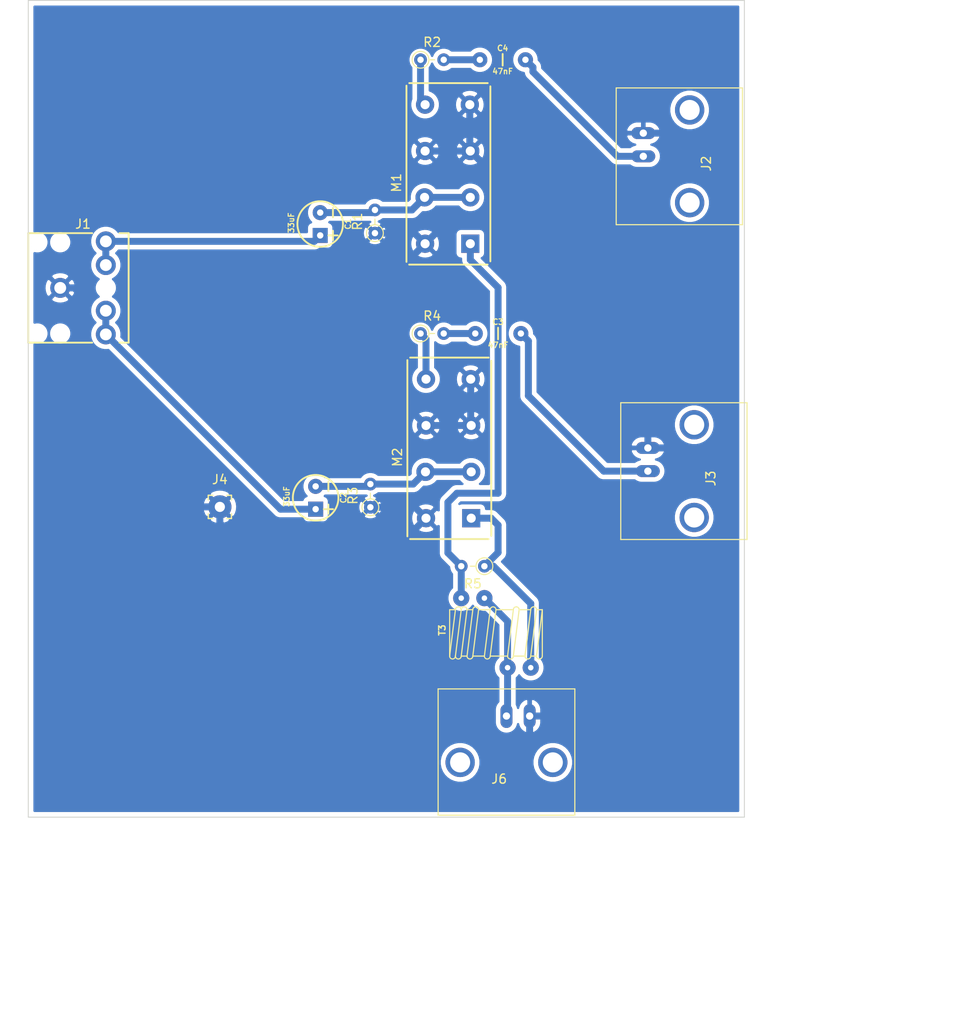
<source format=kicad_pcb>
(kicad_pcb (version 20171130) (host pcbnew "(5.1.5)-3")

  (general
    (thickness 1.6)
    (drawings 4)
    (tracks 102)
    (zones 0)
    (modules 17)
    (nets 15)
  )

  (page A4)
  (layers
    (0 F.Cu signal)
    (31 B.Cu signal)
    (32 B.Adhes user)
    (33 F.Adhes user)
    (34 B.Paste user)
    (35 F.Paste user)
    (36 B.SilkS user)
    (37 F.SilkS user)
    (38 B.Mask user)
    (39 F.Mask user)
    (40 Dwgs.User user)
    (41 Cmts.User user)
    (42 Eco1.User user)
    (43 Eco2.User user)
    (44 Edge.Cuts user)
    (45 Margin user)
    (46 B.CrtYd user)
    (47 F.CrtYd user)
    (48 B.Fab user)
    (49 F.Fab user)
  )

  (setup
    (last_trace_width 0.762)
    (user_trace_width 0.762)
    (trace_clearance 0.2)
    (zone_clearance 0.508)
    (zone_45_only no)
    (trace_min 0.2)
    (via_size 0.8)
    (via_drill 0.4)
    (via_min_size 0.4)
    (via_min_drill 0.3)
    (uvia_size 0.3)
    (uvia_drill 0.1)
    (uvias_allowed no)
    (uvia_min_size 0.2)
    (uvia_min_drill 0.1)
    (edge_width 0.05)
    (segment_width 0.2)
    (pcb_text_width 0.3)
    (pcb_text_size 1.5 1.5)
    (mod_edge_width 0.12)
    (mod_text_size 1 1)
    (mod_text_width 0.15)
    (pad_size 1.524 1.524)
    (pad_drill 0.762)
    (pad_to_mask_clearance 0.051)
    (solder_mask_min_width 0.25)
    (aux_axis_origin 0 0)
    (visible_elements FFFFFF7F)
    (pcbplotparams
      (layerselection 0x010fc_ffffffff)
      (usegerberextensions false)
      (usegerberattributes false)
      (usegerberadvancedattributes false)
      (creategerberjobfile false)
      (excludeedgelayer true)
      (linewidth 0.100000)
      (plotframeref false)
      (viasonmask false)
      (mode 1)
      (useauxorigin false)
      (hpglpennumber 1)
      (hpglpenspeed 20)
      (hpglpendiameter 15.000000)
      (psnegative false)
      (psa4output false)
      (plotreference true)
      (plotvalue true)
      (plotinvisibletext false)
      (padsonsilk false)
      (subtractmaskfromsilk false)
      (outputformat 1)
      (mirror false)
      (drillshape 1)
      (scaleselection 1)
      (outputdirectory ""))
  )

  (net 0 "")
  (net 1 "Net-(C1-Pad2)")
  (net 2 Q_IN)
  (net 3 "Net-(C2-Pad2)")
  (net 4 "Net-(C3-Pad2)")
  (net 5 "Net-(C3-Pad1)")
  (net 6 "Net-(C4-Pad2)")
  (net 7 "Net-(C4-Pad1)")
  (net 8 GND)
  (net 9 I_IN)
  (net 10 "Net-(J6-PadS)")
  (net 11 "Net-(M1-Pad8)")
  (net 12 "Net-(M1-Pad1)")
  (net 13 "Net-(M2-Pad8)")
  (net 14 "Net-(M2-Pad1)")

  (net_class Default "This is the default net class."
    (clearance 0.2)
    (trace_width 0.25)
    (via_dia 0.8)
    (via_drill 0.4)
    (uvia_dia 0.3)
    (uvia_drill 0.1)
    (add_net GND)
    (add_net I_IN)
    (add_net "Net-(C1-Pad2)")
    (add_net "Net-(C2-Pad2)")
    (add_net "Net-(C3-Pad1)")
    (add_net "Net-(C3-Pad2)")
    (add_net "Net-(C4-Pad1)")
    (add_net "Net-(C4-Pad2)")
    (add_net "Net-(J6-PadS)")
    (add_net "Net-(M1-Pad1)")
    (add_net "Net-(M1-Pad8)")
    (add_net "Net-(M2-Pad1)")
    (add_net "Net-(M2-Pad8)")
    (add_net Q_IN)
  )

  (module "Xenir:T37 Transformer" (layer F.Cu) (tedit 5EBB1CE0) (tstamp 5EC2C630)
    (at 136.27 136.31 90)
    (path /5EC79379)
    (fp_text reference T3 (at 0.3 1.1 90) (layer F.SilkS)
      (effects (font (size 0.7 0.7) (thickness 0.15)))
    )
    (fp_text value T37_XFRM (at 0 -0.1 90) (layer F.Fab)
      (effects (font (size 0.7 0.7) (thickness 0.15)))
    )
    (fp_arc (start 2.54 6.6825) (end 2.54 6.365) (angle 180) (layer F.SilkS) (width 0.127))
    (fp_line (start 2.54 2.555) (end 2.54 1.92) (layer F.SilkS) (width 0.127))
    (fp_arc (start -2.54 6.0475) (end -2.54 6.365) (angle 180) (layer F.SilkS) (width 0.127))
    (fp_arc (start 2.54 3.5075) (end 2.54 3.19) (angle 180) (layer F.SilkS) (width 0.127))
    (fp_arc (start 2.54 9.2225) (end 2.54 8.905) (angle 180) (layer F.SilkS) (width 0.127))
    (fp_line (start -2.54 4.46) (end -2.54 5.73) (layer F.SilkS) (width 0.127))
    (fp_line (start -2.54 8.905) (end -2.54 10.175) (layer F.SilkS) (width 0.127))
    (fp_line (start -2.54 12.08) (end 2.54 12.08) (layer F.SilkS) (width 0.127))
    (fp_arc (start 2.54 11.1275) (end 2.54 10.81) (angle 180) (layer F.SilkS) (width 0.127))
    (fp_arc (start -2.54 11.7625) (end -2.54 12.08) (angle 180) (layer F.SilkS) (width 0.127))
    (fp_line (start 2.54 6.365) (end 2.54 5.095) (layer F.SilkS) (width 0.127))
    (fp_arc (start -2.54 2.2375) (end -2.54 2.555) (angle 180) (layer F.SilkS) (width 0.127))
    (fp_line (start -2.54 1.92) (end 2.54 2.555) (layer F.SilkS) (width 0.127))
    (fp_line (start -2.54 6.365) (end -2.54 8.27) (layer F.SilkS) (width 0.127))
    (fp_arc (start -2.54 2.8725) (end -2.54 3.19) (angle 180) (layer F.SilkS) (width 0.127))
    (fp_line (start 2.54 12.08) (end 2.54 11.445) (layer F.SilkS) (width 0.127))
    (fp_line (start 2.54 4.46) (end 2.54 3.825) (layer F.SilkS) (width 0.127))
    (fp_arc (start 2.54 2.8725) (end 2.54 2.555) (angle 180) (layer F.SilkS) (width 0.127))
    (fp_line (start 2.54 1.92) (end -2.54 1.92) (layer F.SilkS) (width 0.127))
    (fp_line (start -2.54 3.19) (end -2.54 3.825) (layer F.SilkS) (width 0.127))
    (fp_line (start -2.54 10.81) (end -2.54 11.445) (layer F.SilkS) (width 0.127))
    (fp_line (start 2.54 10.81) (end 2.54 9.54) (layer F.SilkS) (width 0.127))
    (fp_line (start 2.54 8.905) (end 2.54 7) (layer F.SilkS) (width 0.127))
    (fp_arc (start -2.54 4.1425) (end -2.54 4.46) (angle 180) (layer F.SilkS) (width 0.127))
    (fp_arc (start -2.54 8.5875) (end -2.54 8.905) (angle 180) (layer F.SilkS) (width 0.127))
    (fp_arc (start -2.54 10.4925) (end -2.54 10.81) (angle 180) (layer F.SilkS) (width 0.127))
    (fp_arc (start 2.54 4.7775) (end 2.54 4.46) (angle 180) (layer F.SilkS) (width 0.127))
    (fp_line (start -2.54 8.905) (end 2.54 9.54) (layer F.SilkS) (width 0.127))
    (fp_circle (center 4.9213 4.6188) (end 5.1457 4.6188) (layer F.Fab) (width 0.4064))
    (fp_line (start -2.54 3.19) (end 2.54 3.825) (layer F.SilkS) (width 0.127))
    (fp_line (start -2.54 11.445) (end 2.54 12.08) (layer F.SilkS) (width 0.127))
    (fp_line (start -2.54 5.73) (end 2.54 6.365) (layer F.SilkS) (width 0.127))
    (fp_line (start -2.54 6.365) (end 2.54 7) (layer F.SilkS) (width 0.127))
    (fp_line (start -2.54 2.555) (end 2.54 3.19) (layer F.SilkS) (width 0.127))
    (fp_line (start -2.54 8.27) (end 2.54 8.905) (layer F.SilkS) (width 0.127))
    (fp_line (start -2.54 10.175) (end 2.54 10.81) (layer F.SilkS) (width 0.127))
    (fp_line (start -2.54 4.46) (end 2.54 5.095) (layer F.SilkS) (width 0.127))
    (fp_line (start -2.54 10.81) (end 2.54 11.445) (layer F.SilkS) (width 0.127))
    (fp_line (start -2.54 3.825) (end 2.54 4.46) (layer F.SilkS) (width 0.127))
    (fp_circle (center 4.7625 1.92) (end 4.9869 1.92) (layer F.Fab) (width 0.4064))
    (pad C1B thru_hole circle (at 3.81 5.73 90) (size 1.778 1.778) (drill 0.6) (layers *.Cu *.Mask)
      (net 10 "Net-(J6-PadS)") (solder_mask_margin 0.1016))
    (pad C1A thru_hole circle (at -3.81 10.81 90) (size 1.778 1.778) (drill 0.6) (layers *.Cu *.Mask)
      (net 14 "Net-(M2-Pad1)") (solder_mask_margin 0.1016))
    (pad C2B thru_hole circle (at 3.81 3.19 90) (size 1.778 1.778) (drill 0.6) (layers *.Cu *.Mask)
      (net 12 "Net-(M1-Pad1)") (solder_mask_margin 0.1016))
    (pad C2A thru_hole circle (at -3.81 8.27 90) (size 1.778 1.778) (drill 0.6) (layers *.Cu *.Mask)
      (net 10 "Net-(J6-PadS)") (solder_mask_margin 0.1016))
  )

  (module Resistor_THT:R_Axial_DIN0204_L3.6mm_D1.6mm_P2.54mm_Vertical (layer F.Cu) (tedit 5AE5139B) (tstamp 5EC2C600)
    (at 142 129 180)
    (descr "Resistor, Axial_DIN0204 series, Axial, Vertical, pin pitch=2.54mm, 0.167W, length*diameter=3.6*1.6mm^2, http://cdn-reichelt.de/documents/datenblatt/B400/1_4W%23YAG.pdf")
    (tags "Resistor Axial_DIN0204 series Axial Vertical pin pitch 2.54mm 0.167W length 3.6mm diameter 1.6mm")
    (path /5EC79D0C)
    (fp_text reference R5 (at 1.27 -1.92) (layer F.SilkS)
      (effects (font (size 1 1) (thickness 0.15)))
    )
    (fp_text value 100 (at 1.27 1.92) (layer F.Fab)
      (effects (font (size 1 1) (thickness 0.15)))
    )
    (fp_text user %R (at 1.27 -1.92) (layer F.Fab)
      (effects (font (size 1 1) (thickness 0.15)))
    )
    (fp_line (start 3.49 -1.05) (end -1.05 -1.05) (layer F.CrtYd) (width 0.05))
    (fp_line (start 3.49 1.05) (end 3.49 -1.05) (layer F.CrtYd) (width 0.05))
    (fp_line (start -1.05 1.05) (end 3.49 1.05) (layer F.CrtYd) (width 0.05))
    (fp_line (start -1.05 -1.05) (end -1.05 1.05) (layer F.CrtYd) (width 0.05))
    (fp_line (start 0.92 0) (end 1.54 0) (layer F.SilkS) (width 0.12))
    (fp_line (start 0 0) (end 2.54 0) (layer F.Fab) (width 0.1))
    (fp_circle (center 0 0) (end 0.92 0) (layer F.SilkS) (width 0.12))
    (fp_circle (center 0 0) (end 0.8 0) (layer F.Fab) (width 0.1))
    (pad 2 thru_hole oval (at 2.54 0 180) (size 1.4 1.4) (drill 0.7) (layers *.Cu *.Mask)
      (net 12 "Net-(M1-Pad1)"))
    (pad 1 thru_hole circle (at 0 0 180) (size 1.4 1.4) (drill 0.7) (layers *.Cu *.Mask)
      (net 14 "Net-(M2-Pad1)"))
    (model ${KISYS3DMOD}/Resistor_THT.3dshapes/R_Axial_DIN0204_L3.6mm_D1.6mm_P2.54mm_Vertical.wrl
      (at (xyz 0 0 0))
      (scale (xyz 1 1 1))
      (rotate (xyz 0 0 0))
    )
  )

  (module Resistor_THT:R_Axial_DIN0204_L3.6mm_D1.6mm_P2.54mm_Vertical (layer F.Cu) (tedit 5AE5139B) (tstamp 5EC2C5F1)
    (at 135 103.5)
    (descr "Resistor, Axial_DIN0204 series, Axial, Vertical, pin pitch=2.54mm, 0.167W, length*diameter=3.6*1.6mm^2, http://cdn-reichelt.de/documents/datenblatt/B400/1_4W%23YAG.pdf")
    (tags "Resistor Axial_DIN0204 series Axial Vertical pin pitch 2.54mm 0.167W length 3.6mm diameter 1.6mm")
    (path /5ECEB0B2)
    (fp_text reference R4 (at 1.27 -1.92) (layer F.SilkS)
      (effects (font (size 1 1) (thickness 0.15)))
    )
    (fp_text value 3.3k (at 1.27 1.92) (layer F.Fab)
      (effects (font (size 1 1) (thickness 0.15)))
    )
    (fp_text user %R (at 1.27 -1.92) (layer F.Fab)
      (effects (font (size 1 1) (thickness 0.15)))
    )
    (fp_line (start 3.49 -1.05) (end -1.05 -1.05) (layer F.CrtYd) (width 0.05))
    (fp_line (start 3.49 1.05) (end 3.49 -1.05) (layer F.CrtYd) (width 0.05))
    (fp_line (start -1.05 1.05) (end 3.49 1.05) (layer F.CrtYd) (width 0.05))
    (fp_line (start -1.05 -1.05) (end -1.05 1.05) (layer F.CrtYd) (width 0.05))
    (fp_line (start 0.92 0) (end 1.54 0) (layer F.SilkS) (width 0.12))
    (fp_line (start 0 0) (end 2.54 0) (layer F.Fab) (width 0.1))
    (fp_circle (center 0 0) (end 0.92 0) (layer F.SilkS) (width 0.12))
    (fp_circle (center 0 0) (end 0.8 0) (layer F.Fab) (width 0.1))
    (pad 2 thru_hole oval (at 2.54 0) (size 1.4 1.4) (drill 0.7) (layers *.Cu *.Mask)
      (net 5 "Net-(C3-Pad1)"))
    (pad 1 thru_hole circle (at 0 0) (size 1.4 1.4) (drill 0.7) (layers *.Cu *.Mask)
      (net 13 "Net-(M2-Pad8)"))
    (model ${KISYS3DMOD}/Resistor_THT.3dshapes/R_Axial_DIN0204_L3.6mm_D1.6mm_P2.54mm_Vertical.wrl
      (at (xyz 0 0 0))
      (scale (xyz 1 1 1))
      (rotate (xyz 0 0 0))
    )
  )

  (module Resistor_THT:R_Axial_DIN0204_L3.6mm_D1.6mm_P2.54mm_Vertical (layer F.Cu) (tedit 5AE5139B) (tstamp 5EC2C5E2)
    (at 129.5 122.54 90)
    (descr "Resistor, Axial_DIN0204 series, Axial, Vertical, pin pitch=2.54mm, 0.167W, length*diameter=3.6*1.6mm^2, http://cdn-reichelt.de/documents/datenblatt/B400/1_4W%23YAG.pdf")
    (tags "Resistor Axial_DIN0204 series Axial Vertical pin pitch 2.54mm 0.167W length 3.6mm diameter 1.6mm")
    (path /5ECEB0DB)
    (fp_text reference R3 (at 1.27 -1.92 90) (layer F.SilkS)
      (effects (font (size 1 1) (thickness 0.15)))
    )
    (fp_text value 150 (at 1.27 1.92 90) (layer F.Fab)
      (effects (font (size 1 1) (thickness 0.15)))
    )
    (fp_text user %R (at 1.27 -1.92 90) (layer F.Fab)
      (effects (font (size 1 1) (thickness 0.15)))
    )
    (fp_line (start 3.49 -1.05) (end -1.05 -1.05) (layer F.CrtYd) (width 0.05))
    (fp_line (start 3.49 1.05) (end 3.49 -1.05) (layer F.CrtYd) (width 0.05))
    (fp_line (start -1.05 1.05) (end 3.49 1.05) (layer F.CrtYd) (width 0.05))
    (fp_line (start -1.05 -1.05) (end -1.05 1.05) (layer F.CrtYd) (width 0.05))
    (fp_line (start 0.92 0) (end 1.54 0) (layer F.SilkS) (width 0.12))
    (fp_line (start 0 0) (end 2.54 0) (layer F.Fab) (width 0.1))
    (fp_circle (center 0 0) (end 0.92 0) (layer F.SilkS) (width 0.12))
    (fp_circle (center 0 0) (end 0.8 0) (layer F.Fab) (width 0.1))
    (pad 2 thru_hole oval (at 2.54 0 90) (size 1.4 1.4) (drill 0.7) (layers *.Cu *.Mask)
      (net 3 "Net-(C2-Pad2)"))
    (pad 1 thru_hole circle (at 0 0 90) (size 1.4 1.4) (drill 0.7) (layers *.Cu *.Mask)
      (net 8 GND))
    (model ${KISYS3DMOD}/Resistor_THT.3dshapes/R_Axial_DIN0204_L3.6mm_D1.6mm_P2.54mm_Vertical.wrl
      (at (xyz 0 0 0))
      (scale (xyz 1 1 1))
      (rotate (xyz 0 0 0))
    )
  )

  (module Resistor_THT:R_Axial_DIN0204_L3.6mm_D1.6mm_P2.54mm_Vertical (layer F.Cu) (tedit 5AE5139B) (tstamp 5EC2C5D3)
    (at 135 73.5)
    (descr "Resistor, Axial_DIN0204 series, Axial, Vertical, pin pitch=2.54mm, 0.167W, length*diameter=3.6*1.6mm^2, http://cdn-reichelt.de/documents/datenblatt/B400/1_4W%23YAG.pdf")
    (tags "Resistor Axial_DIN0204 series Axial Vertical pin pitch 2.54mm 0.167W length 3.6mm diameter 1.6mm")
    (path /5EBFB316)
    (fp_text reference R2 (at 1.27 -1.92) (layer F.SilkS)
      (effects (font (size 1 1) (thickness 0.15)))
    )
    (fp_text value 3.3k (at 1.27 1.92) (layer F.Fab)
      (effects (font (size 1 1) (thickness 0.15)))
    )
    (fp_text user %R (at 1.27 -1.92) (layer F.Fab)
      (effects (font (size 1 1) (thickness 0.15)))
    )
    (fp_line (start 3.49 -1.05) (end -1.05 -1.05) (layer F.CrtYd) (width 0.05))
    (fp_line (start 3.49 1.05) (end 3.49 -1.05) (layer F.CrtYd) (width 0.05))
    (fp_line (start -1.05 1.05) (end 3.49 1.05) (layer F.CrtYd) (width 0.05))
    (fp_line (start -1.05 -1.05) (end -1.05 1.05) (layer F.CrtYd) (width 0.05))
    (fp_line (start 0.92 0) (end 1.54 0) (layer F.SilkS) (width 0.12))
    (fp_line (start 0 0) (end 2.54 0) (layer F.Fab) (width 0.1))
    (fp_circle (center 0 0) (end 0.92 0) (layer F.SilkS) (width 0.12))
    (fp_circle (center 0 0) (end 0.8 0) (layer F.Fab) (width 0.1))
    (pad 2 thru_hole oval (at 2.54 0) (size 1.4 1.4) (drill 0.7) (layers *.Cu *.Mask)
      (net 7 "Net-(C4-Pad1)"))
    (pad 1 thru_hole circle (at 0 0) (size 1.4 1.4) (drill 0.7) (layers *.Cu *.Mask)
      (net 11 "Net-(M1-Pad8)"))
    (model ${KISYS3DMOD}/Resistor_THT.3dshapes/R_Axial_DIN0204_L3.6mm_D1.6mm_P2.54mm_Vertical.wrl
      (at (xyz 0 0 0))
      (scale (xyz 1 1 1))
      (rotate (xyz 0 0 0))
    )
  )

  (module Resistor_THT:R_Axial_DIN0204_L3.6mm_D1.6mm_P2.54mm_Vertical (layer F.Cu) (tedit 5AE5139B) (tstamp 5EC2C5C4)
    (at 130 92.5 90)
    (descr "Resistor, Axial_DIN0204 series, Axial, Vertical, pin pitch=2.54mm, 0.167W, length*diameter=3.6*1.6mm^2, http://cdn-reichelt.de/documents/datenblatt/B400/1_4W%23YAG.pdf")
    (tags "Resistor Axial_DIN0204 series Axial Vertical pin pitch 2.54mm 0.167W length 3.6mm diameter 1.6mm")
    (path /5EC2013D)
    (fp_text reference R1 (at 1.27 -1.92 90) (layer F.SilkS)
      (effects (font (size 1 1) (thickness 0.15)))
    )
    (fp_text value 150 (at 1.27 1.92 90) (layer F.Fab)
      (effects (font (size 1 1) (thickness 0.15)))
    )
    (fp_text user %R (at 1.27 -1.92 90) (layer F.Fab)
      (effects (font (size 1 1) (thickness 0.15)))
    )
    (fp_line (start 3.49 -1.05) (end -1.05 -1.05) (layer F.CrtYd) (width 0.05))
    (fp_line (start 3.49 1.05) (end 3.49 -1.05) (layer F.CrtYd) (width 0.05))
    (fp_line (start -1.05 1.05) (end 3.49 1.05) (layer F.CrtYd) (width 0.05))
    (fp_line (start -1.05 -1.05) (end -1.05 1.05) (layer F.CrtYd) (width 0.05))
    (fp_line (start 0.92 0) (end 1.54 0) (layer F.SilkS) (width 0.12))
    (fp_line (start 0 0) (end 2.54 0) (layer F.Fab) (width 0.1))
    (fp_circle (center 0 0) (end 0.92 0) (layer F.SilkS) (width 0.12))
    (fp_circle (center 0 0) (end 0.8 0) (layer F.Fab) (width 0.1))
    (pad 2 thru_hole oval (at 2.54 0 90) (size 1.4 1.4) (drill 0.7) (layers *.Cu *.Mask)
      (net 1 "Net-(C1-Pad2)"))
    (pad 1 thru_hole circle (at 0 0 90) (size 1.4 1.4) (drill 0.7) (layers *.Cu *.Mask)
      (net 8 GND))
    (model ${KISYS3DMOD}/Resistor_THT.3dshapes/R_Axial_DIN0204_L3.6mm_D1.6mm_P2.54mm_Vertical.wrl
      (at (xyz 0 0 0))
      (scale (xyz 1 1 1))
      (rotate (xyz 0 0 0))
    )
  )

  (module Xenir:SBL-1 (layer F.Cu) (tedit 5EBF0454) (tstamp 5EC2C5B5)
    (at 131.9594 117.0598 90)
    (path /5ECEB0E6)
    (fp_text reference M2 (at 0 0.5 90) (layer F.SilkS)
      (effects (font (size 1 1) (thickness 0.15)))
    )
    (fp_text value SBL-1 (at 0 -0.5 90) (layer F.Fab)
      (effects (font (size 1 1) (thickness 0.15)))
    )
    (fp_line (start 10.922 1.905) (end 10.922 10.505) (layer F.SilkS) (width 0.2032))
    (fp_line (start -8.967 1.8934) (end -8.967 10.4934) (layer F.SilkS) (width 0.2032))
    (fp_line (start -8.667 1.86514) (end -8.667 10.4934) (layer Dwgs.User) (width 0.127))
    (fp_line (start 10.5664 10.4902) (end 10.5664 1.88734) (layer Dwgs.User) (width 0.127))
    (fp_line (start -8.667 10.4934) (end 10.5664 10.4934) (layer Dwgs.User) (width 0.127))
    (fp_line (start -8.6106 10.795) (end 10.5664 10.795) (layer F.SilkS) (width 0.2032))
    (fp_line (start 10.5918 1.86514) (end -8.667 1.86514) (layer Dwgs.User) (width 0.127))
    (fp_line (start -8.667 1.5959) (end 10.6426 1.5959) (layer F.SilkS) (width 0.2032))
    (pad 7 thru_hole circle (at 8.5598 8.5406 180) (size 2 2) (drill 1) (layers *.Cu *.Mask)
      (net 8 GND) (solder_mask_margin 0.1016))
    (pad 8 thru_hole circle (at 8.5598 3.6406 90) (size 2 2) (drill 1) (layers *.Cu *.Mask)
      (net 13 "Net-(M2-Pad8)") (solder_mask_margin 0.1016))
    (pad 5 thru_hole circle (at 3.4798 8.595 180) (size 2 2) (drill 1) (layers *.Cu *.Mask)
      (net 8 GND) (solder_mask_margin 0.1016))
    (pad 1 thru_hole rect (at -6.6802 8.595 90) (size 2 2) (drill 1) (layers *.Cu *.Mask)
      (net 14 "Net-(M2-Pad1)") (solder_mask_margin 0.1016))
    (pad 4 thru_hole circle (at -1.6002 3.5814 90) (size 2 2) (drill 1) (layers *.Cu *.Mask)
      (net 3 "Net-(C2-Pad2)") (solder_mask_margin 0.1016))
    (pad 3 thru_hole circle (at -1.6002 8.595 90) (size 2 2) (drill 1) (layers *.Cu *.Mask)
      (net 3 "Net-(C2-Pad2)") (solder_mask_margin 0.1016))
    (pad 6 thru_hole circle (at 3.4798 3.6406 90) (size 2 2) (drill 1) (layers *.Cu *.Mask)
      (net 8 GND) (solder_mask_margin 0.1016))
    (pad 2 thru_hole circle (at -6.6802 3.6406 90) (size 2 2) (drill 1) (layers *.Cu *.Mask)
      (net 8 GND) (solder_mask_margin 0.1016))
  )

  (module Xenir:SBL-1 (layer F.Cu) (tedit 5EBF0454) (tstamp 5EC2C5A1)
    (at 131.8594 86.9798 90)
    (path /5ECCB3C1)
    (fp_text reference M1 (at 0 0.5 90) (layer F.SilkS)
      (effects (font (size 1 1) (thickness 0.15)))
    )
    (fp_text value SBL-1 (at 0 -0.5 90) (layer F.Fab)
      (effects (font (size 1 1) (thickness 0.15)))
    )
    (fp_line (start 10.922 1.905) (end 10.922 10.505) (layer F.SilkS) (width 0.2032))
    (fp_line (start -8.967 1.8934) (end -8.967 10.4934) (layer F.SilkS) (width 0.2032))
    (fp_line (start -8.667 1.86514) (end -8.667 10.4934) (layer Dwgs.User) (width 0.127))
    (fp_line (start 10.5664 10.4902) (end 10.5664 1.88734) (layer Dwgs.User) (width 0.127))
    (fp_line (start -8.667 10.4934) (end 10.5664 10.4934) (layer Dwgs.User) (width 0.127))
    (fp_line (start -8.6106 10.795) (end 10.5664 10.795) (layer F.SilkS) (width 0.2032))
    (fp_line (start 10.5918 1.86514) (end -8.667 1.86514) (layer Dwgs.User) (width 0.127))
    (fp_line (start -8.667 1.5959) (end 10.6426 1.5959) (layer F.SilkS) (width 0.2032))
    (pad 7 thru_hole circle (at 8.5598 8.5406 180) (size 2 2) (drill 1) (layers *.Cu *.Mask)
      (net 8 GND) (solder_mask_margin 0.1016))
    (pad 8 thru_hole circle (at 8.5598 3.6406 90) (size 2 2) (drill 1) (layers *.Cu *.Mask)
      (net 11 "Net-(M1-Pad8)") (solder_mask_margin 0.1016))
    (pad 5 thru_hole circle (at 3.4798 8.595 180) (size 2 2) (drill 1) (layers *.Cu *.Mask)
      (net 8 GND) (solder_mask_margin 0.1016))
    (pad 1 thru_hole rect (at -6.6802 8.595 90) (size 2 2) (drill 1) (layers *.Cu *.Mask)
      (net 12 "Net-(M1-Pad1)") (solder_mask_margin 0.1016))
    (pad 4 thru_hole circle (at -1.6002 3.5814 90) (size 2 2) (drill 1) (layers *.Cu *.Mask)
      (net 1 "Net-(C1-Pad2)") (solder_mask_margin 0.1016))
    (pad 3 thru_hole circle (at -1.6002 8.595 90) (size 2 2) (drill 1) (layers *.Cu *.Mask)
      (net 1 "Net-(C1-Pad2)") (solder_mask_margin 0.1016))
    (pad 6 thru_hole circle (at 3.4798 3.6406 90) (size 2 2) (drill 1) (layers *.Cu *.Mask)
      (net 8 GND) (solder_mask_margin 0.1016))
    (pad 2 thru_hole circle (at -6.6802 3.6406 90) (size 2 2) (drill 1) (layers *.Cu *.Mask)
      (net 8 GND) (solder_mask_margin 0.1016))
  )

  (module Xenir:BNC (layer F.Cu) (tedit 5EBEE1FA) (tstamp 5EC2C58D)
    (at 144.32 149.32 180)
    (path /5EC8841E)
    (fp_text reference J6 (at 0.7 -3) (layer F.SilkS)
      (effects (font (size 1 1) (thickness 0.15)))
    )
    (fp_text value BNC (at 0.1 -1.1) (layer F.Fab)
      (effects (font (size 1 1) (thickness 0.15)))
    )
    (fp_line (start 7.393 -6.9712) (end -7.593 -6.9712) (layer F.SilkS) (width 0.127))
    (fp_line (start -7.212 -15.9882) (end -6.704 -15.9882) (layer F.Fab) (width 0.127))
    (fp_line (start 7.393 6.8718) (end 7.393 -6.9712) (layer F.SilkS) (width 0.127))
    (fp_line (start 6.504 -15.9882) (end 6.504 -29.8312) (layer F.Fab) (width 0.127))
    (fp_line (start -6.704 -29.8312) (end -6.704 -15.9882) (layer F.Fab) (width 0.127))
    (fp_line (start -7.1866 -12.5846) (end 6.9866 -13.4482) (layer F.Fab) (width 0.127))
    (fp_line (start -7.1866 -7.5046) (end 6.9866 -8.3682) (layer F.Fab) (width 0.127))
    (fp_line (start -7.212 -6.9712) (end -7.212 -15.9882) (layer F.Fab) (width 0.127))
    (fp_line (start 7.012 -15.9882) (end 7.012 -6.9712) (layer F.Fab) (width 0.127))
    (fp_line (start -7.1866 -13.8546) (end 6.9866 -14.7182) (layer F.Fab) (width 0.127))
    (fp_line (start -7.593 -6.9712) (end -7.593 6.8718) (layer F.SilkS) (width 0.127))
    (fp_line (start -7.1866 -10.0446) (end 6.9866 -10.9082) (layer F.Fab) (width 0.127))
    (fp_line (start -7.1866 -8.7746) (end 6.9866 -9.6382) (layer F.Fab) (width 0.127))
    (fp_line (start 6.504 -29.8312) (end -6.704 -29.8312) (layer F.Fab) (width 0.127))
    (fp_line (start -7.1866 -11.3146) (end 6.9866 -12.1782) (layer F.Fab) (width 0.127))
    (fp_line (start -7.1866 -15.1246) (end 6.9866 -15.9882) (layer F.Fab) (width 0.127))
    (fp_circle (center -0.1 -26.58) (end 0.7179 -26.58) (layer F.Fab) (width 0.127))
    (fp_line (start -6.704 -15.9882) (end 6.504 -15.9882) (layer F.Fab) (width 0.127))
    (fp_line (start 6.504 -15.9882) (end 6.9866 -15.9882) (layer F.Fab) (width 0.127))
    (fp_line (start 6.9866 -15.9882) (end 7.012 -15.9882) (layer F.Fab) (width 0.127))
    (fp_line (start -7.593 6.8718) (end 7.393 6.8718) (layer F.SilkS) (width 0.127))
    (pad S thru_hole oval (at -0.1 3.9 270) (size 2.616 1.308) (drill 0.8) (layers *.Cu *.Mask)
      (net 10 "Net-(J6-PadS)") (solder_mask_margin 0.1016))
    (pad GND thru_hole oval (at -2.64 3.9 270) (size 2.616 1.308) (drill 0.8) (layers *.Cu *.Mask)
      (net 8 GND) (solder_mask_margin 0.1016))
    (pad 3 thru_hole circle (at -5.18 -1.18 180) (size 3.216 3.216) (drill 2.2) (layers *.Cu *.Mask)
      (solder_mask_margin 0.1016))
    (pad 4 thru_hole circle (at 4.98 -1.18 180) (size 3.216 3.216) (drill 2.2) (layers *.Cu *.Mask)
      (solder_mask_margin 0.1016))
  )

  (module Xenir:Pad (layer F.Cu) (tedit 5EAAF59E) (tstamp 5EC2C570)
    (at 113 119)
    (path /5EC5F097)
    (fp_text reference J4 (at 0 0.5) (layer F.SilkS)
      (effects (font (size 1 1) (thickness 0.15)))
    )
    (fp_text value Pad (at 0 -0.5) (layer F.Fab)
      (effects (font (size 1 1) (thickness 0.15)))
    )
    (fp_text user Val** (at 0 2.5) (layer F.Fab)
      (effects (font (size 0.02413 0.02413) (thickness 0.002032)) (justify left bottom))
    )
    (fp_line (start -1.27 2.23) (end -0.762 2.23) (layer F.SilkS) (width 0.1524))
    (fp_line (start -1.27 4.77) (end -0.762 4.77) (layer F.SilkS) (width 0.1524))
    (fp_line (start 1.27 4.77) (end 0.762 4.77) (layer F.SilkS) (width 0.1524))
    (fp_circle (center 0 3.5) (end 1.016 3.5) (layer F.Fab) (width 0.1524))
    (fp_line (start -1.27 4.77) (end -1.27 4.262) (layer F.SilkS) (width 0.1524))
    (fp_line (start 1.27 2.23) (end 1.27 2.738) (layer F.SilkS) (width 0.1524))
    (fp_line (start -1.27 2.23) (end -1.27 2.738) (layer F.SilkS) (width 0.1524))
    (fp_line (start 1.27 4.77) (end 1.27 4.262) (layer F.SilkS) (width 0.1524))
    (fp_line (start 1.27 2.23) (end 0.762 2.23) (layer F.SilkS) (width 0.1524))
    (pad 1 thru_hole circle (at 0 3.5) (size 2.54 2.54) (drill 1.1176) (layers *.Cu *.Mask)
      (net 8 GND) (solder_mask_margin 0.1016))
  )

  (module Xenir:BNC (layer F.Cu) (tedit 5EBEE1FA) (tstamp 5EC2C561)
    (at 163.82 118.68 270)
    (path /5ECEB0D1)
    (fp_text reference J3 (at 0.7 -3 90) (layer F.SilkS)
      (effects (font (size 1 1) (thickness 0.15)))
    )
    (fp_text value BNC (at 0.1 -1.1 90) (layer F.Fab)
      (effects (font (size 1 1) (thickness 0.15)))
    )
    (fp_line (start 7.393 -6.9712) (end -7.593 -6.9712) (layer F.SilkS) (width 0.127))
    (fp_line (start -7.212 -15.9882) (end -6.704 -15.9882) (layer F.Fab) (width 0.127))
    (fp_line (start 7.393 6.8718) (end 7.393 -6.9712) (layer F.SilkS) (width 0.127))
    (fp_line (start 6.504 -15.9882) (end 6.504 -29.8312) (layer F.Fab) (width 0.127))
    (fp_line (start -6.704 -29.8312) (end -6.704 -15.9882) (layer F.Fab) (width 0.127))
    (fp_line (start -7.1866 -12.5846) (end 6.9866 -13.4482) (layer F.Fab) (width 0.127))
    (fp_line (start -7.1866 -7.5046) (end 6.9866 -8.3682) (layer F.Fab) (width 0.127))
    (fp_line (start -7.212 -6.9712) (end -7.212 -15.9882) (layer F.Fab) (width 0.127))
    (fp_line (start 7.012 -15.9882) (end 7.012 -6.9712) (layer F.Fab) (width 0.127))
    (fp_line (start -7.1866 -13.8546) (end 6.9866 -14.7182) (layer F.Fab) (width 0.127))
    (fp_line (start -7.593 -6.9712) (end -7.593 6.8718) (layer F.SilkS) (width 0.127))
    (fp_line (start -7.1866 -10.0446) (end 6.9866 -10.9082) (layer F.Fab) (width 0.127))
    (fp_line (start -7.1866 -8.7746) (end 6.9866 -9.6382) (layer F.Fab) (width 0.127))
    (fp_line (start 6.504 -29.8312) (end -6.704 -29.8312) (layer F.Fab) (width 0.127))
    (fp_line (start -7.1866 -11.3146) (end 6.9866 -12.1782) (layer F.Fab) (width 0.127))
    (fp_line (start -7.1866 -15.1246) (end 6.9866 -15.9882) (layer F.Fab) (width 0.127))
    (fp_circle (center -0.1 -26.58) (end 0.7179 -26.58) (layer F.Fab) (width 0.127))
    (fp_line (start -6.704 -15.9882) (end 6.504 -15.9882) (layer F.Fab) (width 0.127))
    (fp_line (start 6.504 -15.9882) (end 6.9866 -15.9882) (layer F.Fab) (width 0.127))
    (fp_line (start 6.9866 -15.9882) (end 7.012 -15.9882) (layer F.Fab) (width 0.127))
    (fp_line (start -7.593 6.8718) (end 7.393 6.8718) (layer F.SilkS) (width 0.127))
    (pad S thru_hole oval (at -0.1 3.9) (size 2.616 1.308) (drill 0.8) (layers *.Cu *.Mask)
      (net 4 "Net-(C3-Pad2)") (solder_mask_margin 0.1016))
    (pad GND thru_hole oval (at -2.64 3.9) (size 2.616 1.308) (drill 0.8) (layers *.Cu *.Mask)
      (net 8 GND) (solder_mask_margin 0.1016))
    (pad 3 thru_hole circle (at -5.18 -1.18 270) (size 3.216 3.216) (drill 2.2) (layers *.Cu *.Mask)
      (solder_mask_margin 0.1016))
    (pad 4 thru_hole circle (at 4.98 -1.18 270) (size 3.216 3.216) (drill 2.2) (layers *.Cu *.Mask)
      (solder_mask_margin 0.1016))
  )

  (module Xenir:BNC (layer F.Cu) (tedit 5EBEE1FA) (tstamp 5EC2C544)
    (at 163.32 84.18 270)
    (path /5EC15B71)
    (fp_text reference J2 (at 0.7 -3 90) (layer F.SilkS)
      (effects (font (size 1 1) (thickness 0.15)))
    )
    (fp_text value BNC (at 0.1 -1.1 90) (layer F.Fab)
      (effects (font (size 1 1) (thickness 0.15)))
    )
    (fp_line (start 7.393 -6.9712) (end -7.593 -6.9712) (layer F.SilkS) (width 0.127))
    (fp_line (start -7.212 -15.9882) (end -6.704 -15.9882) (layer F.Fab) (width 0.127))
    (fp_line (start 7.393 6.8718) (end 7.393 -6.9712) (layer F.SilkS) (width 0.127))
    (fp_line (start 6.504 -15.9882) (end 6.504 -29.8312) (layer F.Fab) (width 0.127))
    (fp_line (start -6.704 -29.8312) (end -6.704 -15.9882) (layer F.Fab) (width 0.127))
    (fp_line (start -7.1866 -12.5846) (end 6.9866 -13.4482) (layer F.Fab) (width 0.127))
    (fp_line (start -7.1866 -7.5046) (end 6.9866 -8.3682) (layer F.Fab) (width 0.127))
    (fp_line (start -7.212 -6.9712) (end -7.212 -15.9882) (layer F.Fab) (width 0.127))
    (fp_line (start 7.012 -15.9882) (end 7.012 -6.9712) (layer F.Fab) (width 0.127))
    (fp_line (start -7.1866 -13.8546) (end 6.9866 -14.7182) (layer F.Fab) (width 0.127))
    (fp_line (start -7.593 -6.9712) (end -7.593 6.8718) (layer F.SilkS) (width 0.127))
    (fp_line (start -7.1866 -10.0446) (end 6.9866 -10.9082) (layer F.Fab) (width 0.127))
    (fp_line (start -7.1866 -8.7746) (end 6.9866 -9.6382) (layer F.Fab) (width 0.127))
    (fp_line (start 6.504 -29.8312) (end -6.704 -29.8312) (layer F.Fab) (width 0.127))
    (fp_line (start -7.1866 -11.3146) (end 6.9866 -12.1782) (layer F.Fab) (width 0.127))
    (fp_line (start -7.1866 -15.1246) (end 6.9866 -15.9882) (layer F.Fab) (width 0.127))
    (fp_circle (center -0.1 -26.58) (end 0.7179 -26.58) (layer F.Fab) (width 0.127))
    (fp_line (start -6.704 -15.9882) (end 6.504 -15.9882) (layer F.Fab) (width 0.127))
    (fp_line (start 6.504 -15.9882) (end 6.9866 -15.9882) (layer F.Fab) (width 0.127))
    (fp_line (start 6.9866 -15.9882) (end 7.012 -15.9882) (layer F.Fab) (width 0.127))
    (fp_line (start -7.593 6.8718) (end 7.393 6.8718) (layer F.SilkS) (width 0.127))
    (pad S thru_hole oval (at -0.1 3.9) (size 2.616 1.308) (drill 0.8) (layers *.Cu *.Mask)
      (net 6 "Net-(C4-Pad2)") (solder_mask_margin 0.1016))
    (pad GND thru_hole oval (at -2.64 3.9) (size 2.616 1.308) (drill 0.8) (layers *.Cu *.Mask)
      (net 8 GND) (solder_mask_margin 0.1016))
    (pad 3 thru_hole circle (at -5.18 -1.18 270) (size 3.216 3.216) (drill 2.2) (layers *.Cu *.Mask)
      (solder_mask_margin 0.1016))
    (pad 4 thru_hole circle (at 4.98 -1.18 270) (size 3.216 3.216) (drill 2.2) (layers *.Cu *.Mask)
      (solder_mask_margin 0.1016))
  )

  (module Xenir:Audio_Jack (layer F.Cu) (tedit 5E9DEF8F) (tstamp 5EC2C527)
    (at 97.5 90)
    (path /5EC03B0F)
    (fp_text reference J1 (at 0.5 1.5) (layer F.SilkS)
      (effects (font (size 1 1) (thickness 0.15)))
    )
    (fp_text value Audio_Jack (at 0 -0.5) (layer F.Fab)
      (effects (font (size 1 1) (thickness 0.15)))
    )
    (fp_line (start -5.5 2.5) (end -5.5 14.5) (layer F.SilkS) (width 0.2032))
    (fp_line (start -5.5 2.5) (end -5.5 4) (layer F.Fab) (width 0.2032))
    (fp_line (start -6.5 13) (end -5.5 13) (layer F.Fab) (width 0.2032))
    (fp_line (start 5.5 2.5) (end 5.5 14.5) (layer F.SilkS) (width 0.2032))
    (fp_circle (center 3 6) (end 3.3302 6) (layer F.Mask) (width 0.6604))
    (fp_circle (center 3 13.6) (end 3.3302 13.6) (layer F.Mask) (width 0.6604))
    (fp_line (start -6.5 4) (end -6.5 5.5) (layer F.Fab) (width 0.2032))
    (fp_line (start -6.5 11.5) (end -6.5 13) (layer F.Fab) (width 0.2032))
    (fp_circle (center 3 11) (end 3.6096 11) (layer B.Mask) (width 1.2192))
    (fp_line (start -5.5 14.5) (end 1.5 14.5) (layer F.SilkS) (width 0.2032))
    (fp_circle (center -2 8.5) (end -1.6698 8.5) (layer F.Mask) (width 0.6604))
    (fp_circle (center 3 3.4) (end 3.6096 3.4) (layer B.Mask) (width 1.2192))
    (fp_line (start 5.5 14.5) (end 4.5 14.5) (layer F.SilkS) (width 0.2032))
    (fp_circle (center 3 3.4) (end 3.3302 3.4) (layer F.Mask) (width 0.6604))
    (fp_line (start -5.5 13) (end -5.5 14.5) (layer F.Fab) (width 0.2032))
    (fp_line (start -8.5 5.5) (end -8.5 11.5) (layer F.Fab) (width 0.2032))
    (fp_circle (center 3 11) (end 3.3302 11) (layer F.Mask) (width 0.6604))
    (fp_circle (center 3 13.6) (end 3.6096 13.6) (layer B.Mask) (width 1.2192))
    (fp_line (start 5.5 2.5) (end 4.5 2.5) (layer F.SilkS) (width 0.2032))
    (fp_line (start -8.5 11.5) (end -6.5 11.5) (layer F.Fab) (width 0.2032))
    (fp_line (start -5.5 2.5) (end 1.5 2.5) (layer F.SilkS) (width 0.2032))
    (fp_circle (center -2 8.5) (end -1.3904 8.5) (layer B.Mask) (width 1.2192))
    (fp_circle (center 3 6) (end 3.6096 6) (layer B.Mask) (width 1.2192))
    (fp_line (start -6.5 4) (end -5.5 4) (layer F.Fab) (width 0.2032))
    (fp_line (start -8.5 5.5) (end -6.5 5.5) (layer F.Fab) (width 0.2032))
    (pad "" np_thru_hole circle (at -4.5 3.5) (size 1.2 1.2) (drill 1.2) (layers *.Cu *.Mask))
    (pad "" np_thru_hole circle (at -2 3.5) (size 1.2 1.2) (drill 1.2) (layers *.Cu *.Mask))
    (pad RING thru_hole circle (at 3 3.4) (size 2.1844 2.1844) (drill 1.3) (layers *.Cu *.Mask)
      (net 2 Q_IN) (solder_mask_margin 0.1016))
    (pad "" np_thru_hole circle (at 3 8.5) (size 1.2 1.2) (drill 1.2) (layers *.Cu *.Mask))
    (pad SLEEVE thru_hole circle (at -2 8.5) (size 2.1844 2.1844) (drill 1.3) (layers *.Cu *.Mask)
      (net 8 GND) (solder_mask_margin 0.1016))
    (pad "" np_thru_hole circle (at -2 13.5) (size 1.2 1.2) (drill 1.2) (layers *.Cu *.Mask))
    (pad TIP thru_hole circle (at 3 13.6) (size 2.1844 2.1844) (drill 1.3) (layers *.Cu *.Mask)
      (net 9 I_IN) (solder_mask_margin 0.1016))
    (pad TSH thru_hole circle (at 3 11) (size 2.1844 2.1844) (drill 1.3) (layers *.Cu *.Mask)
      (net 9 I_IN) (solder_mask_margin 0.1016))
    (pad "" np_thru_hole circle (at -4.5 13.5) (size 1.2 1.2) (drill 1.2) (layers *.Cu *.Mask))
    (pad RSH thru_hole circle (at 3 6) (size 2.1844 2.1844) (drill 1.3) (layers *.Cu *.Mask)
      (net 2 Q_IN) (solder_mask_margin 0.1016))
  )

  (module Capacitors:CAP-PTH-5MM (layer F.Cu) (tedit 200000) (tstamp 5EC2C500)
    (at 144 73.5)
    (descr "2 PTH SPACED 5MM APART")
    (tags "2 PTH SPACED 5MM APART")
    (path /5EC14311)
    (attr virtual)
    (fp_text reference C4 (at 0 -1.27) (layer F.SilkS)
      (effects (font (size 0.6096 0.6096) (thickness 0.127)))
    )
    (fp_text value 47nF (at 0 1.27) (layer F.SilkS)
      (effects (font (size 0.6096 0.6096) (thickness 0.127)))
    )
    (fp_line (start 0 -0.635) (end 0 0.635) (layer F.SilkS) (width 0.2032))
    (pad 2 thru_hole circle (at 2.49936 0) (size 1.651 1.651) (drill 0.6985) (layers *.Cu *.Mask)
      (net 6 "Net-(C4-Pad2)") (solder_mask_margin 0.1016))
    (pad 1 thru_hole circle (at -2.49936 0) (size 1.651 1.651) (drill 0.6985) (layers *.Cu *.Mask)
      (net 7 "Net-(C4-Pad1)") (solder_mask_margin 0.1016))
  )

  (module Capacitors:CAP-PTH-5MM (layer F.Cu) (tedit 200000) (tstamp 5EC2C4F9)
    (at 143.49936 103.5)
    (descr "2 PTH SPACED 5MM APART")
    (tags "2 PTH SPACED 5MM APART")
    (path /5ECEB0C6)
    (attr virtual)
    (fp_text reference C3 (at 0 -1.27) (layer F.SilkS)
      (effects (font (size 0.6096 0.6096) (thickness 0.127)))
    )
    (fp_text value 47nF (at 0 1.27) (layer F.SilkS)
      (effects (font (size 0.6096 0.6096) (thickness 0.127)))
    )
    (fp_line (start 0 -0.635) (end 0 0.635) (layer F.SilkS) (width 0.2032))
    (pad 2 thru_hole circle (at 2.49936 0) (size 1.651 1.651) (drill 0.6985) (layers *.Cu *.Mask)
      (net 4 "Net-(C3-Pad2)") (solder_mask_margin 0.1016))
    (pad 1 thru_hole circle (at -2.49936 0) (size 1.651 1.651) (drill 0.6985) (layers *.Cu *.Mask)
      (net 5 "Net-(C3-Pad1)") (solder_mask_margin 0.1016))
  )

  (module Capacitors:CPOL-RADIAL-2.5MM-5MM (layer F.Cu) (tedit 200000) (tstamp 5EC2C4F2)
    (at 123.5 121.5 270)
    (descr "2.5 MM SPACED PTHS WITH 5 MM DIAMETER OUTLINE AND STANDARD SOLDER MASK")
    (tags "2.5 MM SPACED PTHS WITH 5 MM DIAMETER OUTLINE AND STANDARD SOLDER MASK")
    (path /5ECEB0FA)
    (attr virtual)
    (fp_text reference C2 (at 0 -3.048 90) (layer F.SilkS)
      (effects (font (size 0.6096 0.6096) (thickness 0.127)))
    )
    (fp_text value 33uF (at -0.127 3.175 90) (layer F.SilkS)
      (effects (font (size 0.6096 0.6096) (thickness 0.127)))
    )
    (fp_circle (center 0 0) (end 0 -2.49936) (layer F.SilkS) (width 0.2032))
    (fp_line (start 1.24968 -1.905) (end 1.24968 -0.889) (layer F.SilkS) (width 0.2032))
    (fp_line (start 1.75768 -1.397) (end 0.74168 -1.397) (layer F.SilkS) (width 0.2032))
    (fp_line (start -0.74168 -1.397) (end -1.75768 -1.397) (layer F.SilkS) (width 0.2032))
    (pad 2 thru_hole circle (at -1.24968 0 270) (size 1.651 1.651) (drill 0.6985) (layers *.Cu *.Mask)
      (net 3 "Net-(C2-Pad2)") (solder_mask_margin 0.1016))
    (pad 1 thru_hole rect (at 1.24968 0 270) (size 1.651 1.651) (drill 0.6985) (layers *.Cu *.Mask)
      (net 9 I_IN) (solder_mask_margin 0.1016))
  )

  (module Capacitors:CPOL-RADIAL-2.5MM-5MM (layer F.Cu) (tedit 200000) (tstamp 5EC2C4E8)
    (at 124 91.5 270)
    (descr "2.5 MM SPACED PTHS WITH 5 MM DIAMETER OUTLINE AND STANDARD SOLDER MASK")
    (tags "2.5 MM SPACED PTHS WITH 5 MM DIAMETER OUTLINE AND STANDARD SOLDER MASK")
    (path /5ECD1F82)
    (attr virtual)
    (fp_text reference C1 (at 0 -3.048 90) (layer F.SilkS)
      (effects (font (size 0.6096 0.6096) (thickness 0.127)))
    )
    (fp_text value 33uF (at -0.127 3.175 90) (layer F.SilkS)
      (effects (font (size 0.6096 0.6096) (thickness 0.127)))
    )
    (fp_circle (center 0 0) (end 0 -2.49936) (layer F.SilkS) (width 0.2032))
    (fp_line (start 1.24968 -1.905) (end 1.24968 -0.889) (layer F.SilkS) (width 0.2032))
    (fp_line (start 1.75768 -1.397) (end 0.74168 -1.397) (layer F.SilkS) (width 0.2032))
    (fp_line (start -0.74168 -1.397) (end -1.75768 -1.397) (layer F.SilkS) (width 0.2032))
    (pad 2 thru_hole circle (at -1.24968 0 270) (size 1.651 1.651) (drill 0.6985) (layers *.Cu *.Mask)
      (net 1 "Net-(C1-Pad2)") (solder_mask_margin 0.1016))
    (pad 1 thru_hole rect (at 1.24968 0 270) (size 1.651 1.651) (drill 0.6985) (layers *.Cu *.Mask)
      (net 2 Q_IN) (solder_mask_margin 0.1016))
  )

  (gr_line (start 170.5 67) (end 170.5 156.5) (layer Edge.Cuts) (width 0.1))
  (gr_line (start 92 67) (end 170.5 67) (layer Edge.Cuts) (width 0.1))
  (gr_line (start 92 156.5) (end 92 67) (layer Edge.Cuts) (width 0.1))
  (gr_line (start 170.5 156.5) (end 92 156.5) (layer Edge.Cuts) (width 0.1))

  (segment (start 129.70968 90.25032) (end 130 89.96) (width 0.762) (layer B.Cu) (net 1))
  (segment (start 124 90.25032) (end 129.70968 90.25032) (width 0.762) (layer B.Cu) (net 1))
  (segment (start 134.0608 89.96) (end 135.4408 88.58) (width 0.762) (layer B.Cu) (net 1))
  (segment (start 130 89.96) (end 134.0608 89.96) (width 0.762) (layer B.Cu) (net 1))
  (segment (start 135.4408 88.58) (end 140.4544 88.58) (width 0.762) (layer B.Cu) (net 1))
  (segment (start 100.5 93.4) (end 100.5 96) (width 0.762) (layer B.Cu) (net 2))
  (segment (start 123.34968 93.4) (end 124 92.74968) (width 0.762) (layer B.Cu) (net 2))
  (segment (start 100.5 93.4) (end 123.34968 93.4) (width 0.762) (layer B.Cu) (net 2))
  (segment (start 129.24968 120.25032) (end 129.5 120) (width 0.762) (layer B.Cu) (net 3))
  (segment (start 123.5 120.25032) (end 129.24968 120.25032) (width 0.762) (layer B.Cu) (net 3))
  (segment (start 135.5408 118.66) (end 140.5544 118.66) (width 0.762) (layer B.Cu) (net 3))
  (segment (start 134.2008 120) (end 135.5408 118.66) (width 0.762) (layer B.Cu) (net 3))
  (segment (start 129.5 120) (end 134.2008 120) (width 0.762) (layer B.Cu) (net 3))
  (segment (start 146.824219 104.325499) (end 146.824219 110.324219) (width 0.762) (layer B.Cu) (net 4))
  (segment (start 145.99872 103.5) (end 146.824219 104.325499) (width 0.762) (layer B.Cu) (net 4))
  (segment (start 155.08 118.58) (end 159.92 118.58) (width 0.762) (layer B.Cu) (net 4))
  (segment (start 146.824219 110.324219) (end 155.08 118.58) (width 0.762) (layer B.Cu) (net 4))
  (segment (start 137.54 103.5) (end 141 103.5) (width 0.762) (layer B.Cu) (net 5))
  (segment (start 146.49936 73.5) (end 147.324859 74.325499) (width 0.762) (layer B.Cu) (net 6))
  (segment (start 147.324859 74.325499) (end 147.324859 74.824859) (width 0.762) (layer B.Cu) (net 6))
  (segment (start 156.58 84.08) (end 159.42 84.08) (width 0.762) (layer B.Cu) (net 6))
  (segment (start 147.324859 74.824859) (end 156.58 84.08) (width 0.762) (layer B.Cu) (net 6))
  (segment (start 137.54 73.5) (end 141.50064 73.5) (width 0.762) (layer B.Cu) (net 7))
  (segment (start 134.34 92.5) (end 135.5 93.66) (width 0.762) (layer B.Cu) (net 8))
  (segment (start 130 92.5) (end 134.34 92.5) (width 0.762) (layer B.Cu) (net 8))
  (segment (start 140.4 83.4456) (end 140.4544 83.5) (width 0.762) (layer B.Cu) (net 8))
  (segment (start 140.4 78.42) (end 140.4 83.4456) (width 0.762) (layer B.Cu) (net 8))
  (segment (start 135.5 83.5) (end 140.4544 83.5) (width 0.762) (layer B.Cu) (net 8))
  (segment (start 140.5 113.5256) (end 140.5544 113.58) (width 0.762) (layer B.Cu) (net 8))
  (segment (start 140.5 108.5) (end 140.5 113.5256) (width 0.762) (layer B.Cu) (net 8))
  (segment (start 140.5544 113.58) (end 135.6 113.58) (width 0.762) (layer B.Cu) (net 8))
  (segment (start 135.5 93.66) (end 132 97.16) (width 0.762) (layer B.Cu) (net 8))
  (segment (start 132 109.98) (end 135.6 113.58) (width 0.762) (layer B.Cu) (net 8))
  (segment (start 132 97.16) (end 132 109.98) (width 0.762) (layer B.Cu) (net 8))
  (segment (start 141 91) (end 138.16 91) (width 0.762) (layer B.Cu) (net 8))
  (segment (start 138.16 91) (end 135.5 93.66) (width 0.762) (layer B.Cu) (net 8))
  (segment (start 141.454399 84.499999) (end 141.499999 84.499999) (width 0.762) (layer B.Cu) (net 8))
  (segment (start 140.4544 83.5) (end 141.454399 84.499999) (width 0.762) (layer B.Cu) (net 8))
  (segment (start 143 89) (end 141 91) (width 0.762) (layer B.Cu) (net 8))
  (segment (start 141.499999 84.499999) (end 143 86) (width 0.762) (layer B.Cu) (net 8))
  (segment (start 161.49 81.54) (end 162.5 82.55) (width 0.762) (layer B.Cu) (net 8))
  (segment (start 159.42 81.54) (end 161.49 81.54) (width 0.762) (layer B.Cu) (net 8))
  (segment (start 162.5 82.55) (end 162.5 85.5) (width 0.762) (layer B.Cu) (net 8))
  (segment (start 162.5 85.5) (end 160.5 87.5) (width 0.762) (layer B.Cu) (net 8))
  (segment (start 143 86) (end 143 87) (width 0.762) (layer B.Cu) (net 8))
  (segment (start 159.92 87.58) (end 160 87.5) (width 0.762) (layer B.Cu) (net 8))
  (segment (start 159.92 116.04) (end 159.92 87.58) (width 0.762) (layer B.Cu) (net 8))
  (segment (start 160.5 87.5) (end 160 87.5) (width 0.762) (layer B.Cu) (net 8))
  (segment (start 134.4 122.54) (end 135.6 123.74) (width 0.762) (layer B.Cu) (net 8))
  (segment (start 129.5 122.54) (end 134.4 122.54) (width 0.762) (layer B.Cu) (net 8))
  (segment (start 113 124.296051) (end 114.703949 126) (width 0.762) (layer B.Cu) (net 8))
  (segment (start 113 122.5) (end 113 124.296051) (width 0.762) (layer B.Cu) (net 8))
  (segment (start 133.34 126) (end 135.6 123.74) (width 0.762) (layer B.Cu) (net 8))
  (segment (start 97.044604 98.5) (end 98 99.455396) (width 0.762) (layer B.Cu) (net 8))
  (segment (start 95.5 98.5) (end 97.044604 98.5) (width 0.762) (layer B.Cu) (net 8))
  (segment (start 98 99.455396) (end 98 117.5) (width 0.762) (layer B.Cu) (net 8))
  (segment (start 103 122.5) (end 113 122.5) (width 0.762) (layer B.Cu) (net 8))
  (segment (start 98 117.5) (end 103 122.5) (width 0.762) (layer B.Cu) (net 8))
  (segment (start 160 87.5) (end 143 87.5) (width 0.762) (layer B.Cu) (net 8))
  (segment (start 143 87) (end 143 87.5) (width 0.762) (layer B.Cu) (net 8))
  (segment (start 143 87.5) (end 143 89) (width 0.762) (layer B.Cu) (net 8))
  (segment (start 161.99 116.04) (end 163 117.05) (width 0.762) (layer B.Cu) (net 8))
  (segment (start 159.92 116.04) (end 161.99 116.04) (width 0.762) (layer B.Cu) (net 8))
  (segment (start 163 117.05) (end 163 121) (width 0.762) (layer B.Cu) (net 8))
  (segment (start 163 121) (end 156 128) (width 0.762) (layer B.Cu) (net 8))
  (segment (start 148.376 145.42) (end 146.96 145.42) (width 0.762) (layer B.Cu) (net 8))
  (segment (start 156 137.796) (end 148.376 145.42) (width 0.762) (layer B.Cu) (net 8))
  (segment (start 156 128) (end 156 137.796) (width 0.762) (layer B.Cu) (net 8))
  (segment (start 146.96 147.49) (end 146.45 148) (width 0.762) (layer B.Cu) (net 8))
  (segment (start 146.96 145.42) (end 146.96 147.49) (width 0.762) (layer B.Cu) (net 8))
  (segment (start 146.45 148) (end 141.5 148) (width 0.762) (layer B.Cu) (net 8))
  (segment (start 127 133.5) (end 127 126) (width 0.762) (layer B.Cu) (net 8))
  (segment (start 141.5 148) (end 127 133.5) (width 0.762) (layer B.Cu) (net 8))
  (segment (start 114.703949 126) (end 127 126) (width 0.762) (layer B.Cu) (net 8))
  (segment (start 127 126) (end 133.34 126) (width 0.762) (layer B.Cu) (net 8))
  (segment (start 100.5 101) (end 100.5 103.6) (width 0.762) (layer B.Cu) (net 9))
  (segment (start 119.64968 122.74968) (end 123.5 122.74968) (width 0.762) (layer B.Cu) (net 9))
  (segment (start 100.5 103.6) (end 119.64968 122.74968) (width 0.762) (layer B.Cu) (net 9))
  (segment (start 144.54 135.04) (end 144.54 140.12) (width 0.762) (layer B.Cu) (net 10))
  (segment (start 142 132.5) (end 144.54 135.04) (width 0.762) (layer B.Cu) (net 10))
  (segment (start 144.54 145.3) (end 144.42 145.42) (width 0.762) (layer B.Cu) (net 10))
  (segment (start 144.54 140.12) (end 144.54 145.3) (width 0.762) (layer B.Cu) (net 10))
  (segment (start 135 77.92) (end 135.5 78.42) (width 0.762) (layer B.Cu) (net 11))
  (segment (start 135 73.5) (end 135 77.92) (width 0.762) (layer B.Cu) (net 11))
  (segment (start 140.4544 95.422) (end 143.5 98.4676) (width 0.762) (layer B.Cu) (net 12))
  (segment (start 140.4544 93.66) (end 140.4544 95.422) (width 0.762) (layer B.Cu) (net 12))
  (segment (start 143.5 98.4676) (end 143.5 121) (width 0.762) (layer B.Cu) (net 12))
  (segment (start 143.5 121) (end 139 121) (width 0.762) (layer B.Cu) (net 12))
  (segment (start 139 121) (end 138 122) (width 0.762) (layer B.Cu) (net 12))
  (segment (start 138 127.54) (end 139.46 129) (width 0.762) (layer B.Cu) (net 12))
  (segment (start 138 122) (end 138 127.54) (width 0.762) (layer B.Cu) (net 12))
  (segment (start 139.46 129) (end 139.46 132.5) (width 0.762) (layer B.Cu) (net 12))
  (segment (start 135.6 104.1) (end 135 103.5) (width 0.762) (layer B.Cu) (net 13))
  (segment (start 135.6 108.5) (end 135.6 104.1) (width 0.762) (layer B.Cu) (net 13))
  (segment (start 147.08 138.862765) (end 147.08 140.12) (width 0.762) (layer B.Cu) (net 14))
  (segment (start 143.5 124.5) (end 143.5 127.5) (width 0.762) (layer B.Cu) (net 14))
  (segment (start 140.5544 123.74) (end 142.74 123.74) (width 0.762) (layer B.Cu) (net 14))
  (segment (start 143.5 127.5) (end 142 129) (width 0.762) (layer B.Cu) (net 14))
  (segment (start 142.74 123.74) (end 143.5 124.5) (width 0.762) (layer B.Cu) (net 14))
  (segment (start 142.989949 129) (end 142 129) (width 0.762) (layer B.Cu) (net 14))
  (segment (start 147.08 140.12) (end 147.08 133.090051) (width 0.762) (layer B.Cu) (net 14))
  (segment (start 147.08 133.090051) (end 142.989949 129) (width 0.762) (layer B.Cu) (net 14))

  (zone (net 8) (net_name GND) (layer B.Cu) (tstamp 0) (hatch edge 0.508)
    (connect_pads (clearance 0.508))
    (min_thickness 0.254)
    (fill yes (arc_segments 32) (thermal_gap 0.508) (thermal_bridge_width 0.508))
    (polygon
      (pts
        (xy 170 156) (xy 92.5 156) (xy 92.5 67.5) (xy 170 67.5)
      )
    )
    (filled_polygon
      (pts
        (xy 169.815001 155.815) (xy 92.685 155.815) (xy 92.685 150.279084) (xy 137.097 150.279084) (xy 137.097 150.720916)
        (xy 137.183197 151.154259) (xy 137.352279 151.562459) (xy 137.597748 151.929829) (xy 137.910171 152.242252) (xy 138.277541 152.487721)
        (xy 138.685741 152.656803) (xy 139.119084 152.743) (xy 139.560916 152.743) (xy 139.994259 152.656803) (xy 140.402459 152.487721)
        (xy 140.769829 152.242252) (xy 141.082252 151.929829) (xy 141.327721 151.562459) (xy 141.496803 151.154259) (xy 141.583 150.720916)
        (xy 141.583 150.279084) (xy 147.257 150.279084) (xy 147.257 150.720916) (xy 147.343197 151.154259) (xy 147.512279 151.562459)
        (xy 147.757748 151.929829) (xy 148.070171 152.242252) (xy 148.437541 152.487721) (xy 148.845741 152.656803) (xy 149.279084 152.743)
        (xy 149.720916 152.743) (xy 150.154259 152.656803) (xy 150.562459 152.487721) (xy 150.929829 152.242252) (xy 151.242252 151.929829)
        (xy 151.487721 151.562459) (xy 151.656803 151.154259) (xy 151.743 150.720916) (xy 151.743 150.279084) (xy 151.656803 149.845741)
        (xy 151.487721 149.437541) (xy 151.242252 149.070171) (xy 150.929829 148.757748) (xy 150.562459 148.512279) (xy 150.154259 148.343197)
        (xy 149.720916 148.257) (xy 149.279084 148.257) (xy 148.845741 148.343197) (xy 148.437541 148.512279) (xy 148.070171 148.757748)
        (xy 147.757748 149.070171) (xy 147.512279 149.437541) (xy 147.343197 149.845741) (xy 147.257 150.279084) (xy 141.583 150.279084)
        (xy 141.496803 149.845741) (xy 141.327721 149.437541) (xy 141.082252 149.070171) (xy 140.769829 148.757748) (xy 140.402459 148.512279)
        (xy 139.994259 148.343197) (xy 139.560916 148.257) (xy 139.119084 148.257) (xy 138.685741 148.343197) (xy 138.277541 148.512279)
        (xy 137.910171 148.757748) (xy 137.597748 149.070171) (xy 137.352279 149.437541) (xy 137.183197 149.845741) (xy 137.097 150.279084)
        (xy 92.685 150.279084) (xy 92.685 124.875413) (xy 134.644192 124.875413) (xy 134.739956 125.139814) (xy 135.029571 125.280704)
        (xy 135.341108 125.362384) (xy 135.662595 125.381718) (xy 135.981675 125.337961) (xy 136.286088 125.232795) (xy 136.460044 125.139814)
        (xy 136.555808 124.875413) (xy 135.6 123.919605) (xy 134.644192 124.875413) (xy 92.685 124.875413) (xy 92.685 123.827852)
        (xy 111.851753 123.827852) (xy 111.980076 124.119871) (xy 112.315695 124.287723) (xy 112.677611 124.386874) (xy 113.051916 124.413514)
        (xy 113.424227 124.366618) (xy 113.780235 124.247988) (xy 114.019924 124.119871) (xy 114.148247 123.827852) (xy 113 122.679605)
        (xy 111.851753 123.827852) (xy 92.685 123.827852) (xy 92.685 122.551916) (xy 111.086486 122.551916) (xy 111.133382 122.924227)
        (xy 111.252012 123.280235) (xy 111.380129 123.519924) (xy 111.672148 123.648247) (xy 112.820395 122.5) (xy 113.179605 122.5)
        (xy 114.327852 123.648247) (xy 114.619871 123.519924) (xy 114.787723 123.184305) (xy 114.886874 122.822389) (xy 114.913514 122.448084)
        (xy 114.866618 122.075773) (xy 114.747988 121.719765) (xy 114.619871 121.480076) (xy 114.327852 121.351753) (xy 113.179605 122.5)
        (xy 112.820395 122.5) (xy 111.672148 121.351753) (xy 111.380129 121.480076) (xy 111.212277 121.815695) (xy 111.113126 122.177611)
        (xy 111.086486 122.551916) (xy 92.685 122.551916) (xy 92.685 121.172148) (xy 111.851753 121.172148) (xy 113 122.320395)
        (xy 114.148247 121.172148) (xy 114.019924 120.880129) (xy 113.684305 120.712277) (xy 113.322389 120.613126) (xy 112.948084 120.586486)
        (xy 112.575773 120.633382) (xy 112.219765 120.752012) (xy 111.980076 120.880129) (xy 111.851753 121.172148) (xy 92.685 121.172148)
        (xy 92.685 104.696538) (xy 92.878363 104.735) (xy 93.121637 104.735) (xy 93.360236 104.68754) (xy 93.584992 104.594443)
        (xy 93.787267 104.459287) (xy 93.959287 104.287267) (xy 94.094443 104.084992) (xy 94.18754 103.860236) (xy 94.235 103.621637)
        (xy 94.235 103.378363) (xy 94.265 103.378363) (xy 94.265 103.621637) (xy 94.31246 103.860236) (xy 94.405557 104.084992)
        (xy 94.540713 104.287267) (xy 94.712733 104.459287) (xy 94.915008 104.594443) (xy 95.139764 104.68754) (xy 95.378363 104.735)
        (xy 95.621637 104.735) (xy 95.860236 104.68754) (xy 96.084992 104.594443) (xy 96.287267 104.459287) (xy 96.459287 104.287267)
        (xy 96.594443 104.084992) (xy 96.68754 103.860236) (xy 96.735 103.621637) (xy 96.735 103.378363) (xy 96.68754 103.139764)
        (xy 96.594443 102.915008) (xy 96.459287 102.712733) (xy 96.287267 102.540713) (xy 96.084992 102.405557) (xy 95.860236 102.31246)
        (xy 95.621637 102.265) (xy 95.378363 102.265) (xy 95.139764 102.31246) (xy 94.915008 102.405557) (xy 94.712733 102.540713)
        (xy 94.540713 102.712733) (xy 94.405557 102.915008) (xy 94.31246 103.139764) (xy 94.265 103.378363) (xy 94.235 103.378363)
        (xy 94.18754 103.139764) (xy 94.094443 102.915008) (xy 93.959287 102.712733) (xy 93.787267 102.540713) (xy 93.584992 102.405557)
        (xy 93.360236 102.31246) (xy 93.121637 102.265) (xy 92.878363 102.265) (xy 92.685 102.303462) (xy 92.685 99.701151)
        (xy 94.478454 99.701151) (xy 94.585345 99.974979) (xy 94.890673 100.125078) (xy 95.219419 100.212727) (xy 95.558947 100.234556)
        (xy 95.896209 100.189728) (xy 96.218245 100.079964) (xy 96.414655 99.974979) (xy 96.521546 99.701151) (xy 95.5 98.679605)
        (xy 94.478454 99.701151) (xy 92.685 99.701151) (xy 92.685 98.558947) (xy 93.765444 98.558947) (xy 93.810272 98.896209)
        (xy 93.920036 99.218245) (xy 94.025021 99.414655) (xy 94.298849 99.521546) (xy 95.320395 98.5) (xy 95.679605 98.5)
        (xy 96.701151 99.521546) (xy 96.974979 99.414655) (xy 97.125078 99.109327) (xy 97.212727 98.780581) (xy 97.234556 98.441053)
        (xy 97.189728 98.103791) (xy 97.079964 97.781755) (xy 96.974979 97.585345) (xy 96.701151 97.478454) (xy 95.679605 98.5)
        (xy 95.320395 98.5) (xy 94.298849 97.478454) (xy 94.025021 97.585345) (xy 93.874922 97.890673) (xy 93.787273 98.219419)
        (xy 93.765444 98.558947) (xy 92.685 98.558947) (xy 92.685 97.298849) (xy 94.478454 97.298849) (xy 95.5 98.320395)
        (xy 96.521546 97.298849) (xy 96.414655 97.025021) (xy 96.109327 96.874922) (xy 95.780581 96.787273) (xy 95.441053 96.765444)
        (xy 95.103791 96.810272) (xy 94.781755 96.920036) (xy 94.585345 97.025021) (xy 94.478454 97.298849) (xy 92.685 97.298849)
        (xy 92.685 94.696538) (xy 92.878363 94.735) (xy 93.121637 94.735) (xy 93.360236 94.68754) (xy 93.584992 94.594443)
        (xy 93.787267 94.459287) (xy 93.959287 94.287267) (xy 94.094443 94.084992) (xy 94.18754 93.860236) (xy 94.235 93.621637)
        (xy 94.235 93.378363) (xy 94.265 93.378363) (xy 94.265 93.621637) (xy 94.31246 93.860236) (xy 94.405557 94.084992)
        (xy 94.540713 94.287267) (xy 94.712733 94.459287) (xy 94.915008 94.594443) (xy 95.139764 94.68754) (xy 95.378363 94.735)
        (xy 95.621637 94.735) (xy 95.860236 94.68754) (xy 96.084992 94.594443) (xy 96.287267 94.459287) (xy 96.459287 94.287267)
        (xy 96.594443 94.084992) (xy 96.68754 93.860236) (xy 96.735 93.621637) (xy 96.735 93.378363) (xy 96.705467 93.229886)
        (xy 98.7728 93.229886) (xy 98.7728 93.570114) (xy 98.839176 93.903806) (xy 98.969375 94.218136) (xy 99.158396 94.501026)
        (xy 99.35737 94.7) (xy 99.158396 94.898974) (xy 98.969375 95.181864) (xy 98.839176 95.496194) (xy 98.7728 95.829886)
        (xy 98.7728 96.170114) (xy 98.839176 96.503806) (xy 98.969375 96.818136) (xy 99.158396 97.101026) (xy 99.398974 97.341604)
        (xy 99.681864 97.530625) (xy 99.710825 97.542621) (xy 99.540713 97.712733) (xy 99.405557 97.915008) (xy 99.31246 98.139764)
        (xy 99.265 98.378363) (xy 99.265 98.621637) (xy 99.31246 98.860236) (xy 99.405557 99.084992) (xy 99.540713 99.287267)
        (xy 99.710825 99.457379) (xy 99.681864 99.469375) (xy 99.398974 99.658396) (xy 99.158396 99.898974) (xy 98.969375 100.181864)
        (xy 98.839176 100.496194) (xy 98.7728 100.829886) (xy 98.7728 101.170114) (xy 98.839176 101.503806) (xy 98.969375 101.818136)
        (xy 99.158396 102.101026) (xy 99.35737 102.3) (xy 99.158396 102.498974) (xy 98.969375 102.781864) (xy 98.839176 103.096194)
        (xy 98.7728 103.429886) (xy 98.7728 103.770114) (xy 98.839176 104.103806) (xy 98.969375 104.418136) (xy 99.158396 104.701026)
        (xy 99.398974 104.941604) (xy 99.681864 105.130625) (xy 99.996194 105.260824) (xy 100.329886 105.3272) (xy 100.670114 105.3272)
        (xy 100.77041 105.30725) (xy 118.895972 123.432813) (xy 118.927784 123.471576) (xy 119.08249 123.59854) (xy 119.258993 123.692882)
        (xy 119.450509 123.750978) (xy 119.599778 123.76568) (xy 119.599785 123.76568) (xy 119.649679 123.770594) (xy 119.699573 123.76568)
        (xy 122.068714 123.76568) (xy 122.084998 123.81936) (xy 122.143963 123.929674) (xy 122.223315 124.026365) (xy 122.320006 124.105717)
        (xy 122.43032 124.164682) (xy 122.550018 124.200992) (xy 122.6745 124.213252) (xy 124.3255 124.213252) (xy 124.449982 124.200992)
        (xy 124.56968 124.164682) (xy 124.679994 124.105717) (xy 124.776685 124.026365) (xy 124.856037 123.929674) (xy 124.915002 123.81936)
        (xy 124.951312 123.699662) (xy 124.963572 123.57518) (xy 124.963572 123.461269) (xy 128.758336 123.461269) (xy 128.817797 123.695037)
        (xy 129.056242 123.805934) (xy 129.31174 123.868183) (xy 129.574473 123.87939) (xy 129.834344 123.839125) (xy 129.934396 123.802595)
        (xy 133.958282 123.802595) (xy 134.002039 124.121675) (xy 134.107205 124.426088) (xy 134.200186 124.600044) (xy 134.464587 124.695808)
        (xy 135.420395 123.74) (xy 134.464587 122.784192) (xy 134.200186 122.879956) (xy 134.059296 123.169571) (xy 133.977616 123.481108)
        (xy 133.958282 123.802595) (xy 129.934396 123.802595) (xy 130.081366 123.748935) (xy 130.182203 123.695037) (xy 130.241664 123.461269)
        (xy 129.5 122.719605) (xy 128.758336 123.461269) (xy 124.963572 123.461269) (xy 124.963572 122.614473) (xy 128.16061 122.614473)
        (xy 128.200875 122.874344) (xy 128.291065 123.121366) (xy 128.344963 123.222203) (xy 128.578731 123.281664) (xy 129.320395 122.54)
        (xy 129.679605 122.54) (xy 130.421269 123.281664) (xy 130.655037 123.222203) (xy 130.765934 122.983758) (xy 130.828183 122.72826)
        (xy 130.833458 122.604587) (xy 134.644192 122.604587) (xy 135.6 123.560395) (xy 136.555808 122.604587) (xy 136.460044 122.340186)
        (xy 136.170429 122.199296) (xy 135.858892 122.117616) (xy 135.537405 122.098282) (xy 135.218325 122.142039) (xy 134.913912 122.247205)
        (xy 134.739956 122.340186) (xy 134.644192 122.604587) (xy 130.833458 122.604587) (xy 130.83939 122.465527) (xy 130.799125 122.205656)
        (xy 130.708935 121.958634) (xy 130.655037 121.857797) (xy 130.421269 121.798336) (xy 129.679605 122.54) (xy 129.320395 122.54)
        (xy 128.578731 121.798336) (xy 128.344963 121.857797) (xy 128.234066 122.096242) (xy 128.171817 122.35174) (xy 128.16061 122.614473)
        (xy 124.963572 122.614473) (xy 124.963572 121.92418) (xy 124.951312 121.799698) (xy 124.915002 121.68) (xy 124.856037 121.569686)
        (xy 124.776685 121.472995) (xy 124.679994 121.393643) (xy 124.56968 121.334678) (xy 124.501718 121.314062) (xy 124.54946 121.26632)
        (xy 129.068646 121.26632) (xy 129.081444 121.271621) (xy 128.918634 121.331065) (xy 128.817797 121.384963) (xy 128.758336 121.618731)
        (xy 129.5 122.360395) (xy 130.241664 121.618731) (xy 130.182203 121.384963) (xy 129.943758 121.274066) (xy 129.924173 121.269294)
        (xy 130.132359 121.183061) (xy 130.351013 121.036962) (xy 130.371975 121.016) (xy 134.150898 121.016) (xy 134.2008 121.020915)
        (xy 134.250702 121.016) (xy 134.399971 121.001298) (xy 134.591487 120.943202) (xy 134.76799 120.84886) (xy 134.922696 120.721896)
        (xy 134.954512 120.683128) (xy 135.3488 120.28884) (xy 135.379767 120.295) (xy 135.701833 120.295) (xy 136.017712 120.232168)
        (xy 136.315263 120.108918) (xy 136.583052 119.929987) (xy 136.810787 119.702252) (xy 136.828328 119.676) (xy 139.266872 119.676)
        (xy 139.284413 119.702252) (xy 139.512148 119.929987) (xy 139.592984 119.984) (xy 139.049902 119.984) (xy 139 119.979085)
        (xy 138.950098 119.984) (xy 138.800829 119.998702) (xy 138.609313 120.056798) (xy 138.43281 120.15114) (xy 138.278104 120.278104)
        (xy 138.246292 120.316867) (xy 137.316872 121.246288) (xy 137.278104 121.278104) (xy 137.15114 121.43281) (xy 137.056798 121.609314)
        (xy 137.019072 121.73368) (xy 136.998702 121.80083) (xy 136.979085 122) (xy 136.984 122.049902) (xy 136.984 122.874228)
        (xy 136.735413 122.784192) (xy 135.779605 123.74) (xy 136.735413 124.695808) (xy 136.984 124.605772) (xy 136.984001 127.490088)
        (xy 136.979085 127.54) (xy 136.998702 127.73917) (xy 137.044665 127.890687) (xy 137.056799 127.930687) (xy 137.151141 128.10719)
        (xy 137.278105 128.261896) (xy 137.316868 128.293708) (xy 138.125 129.101841) (xy 138.125 129.131486) (xy 138.176304 129.389405)
        (xy 138.276939 129.632359) (xy 138.423038 129.851013) (xy 138.444 129.871975) (xy 138.444001 131.360738) (xy 138.276232 131.528507)
        (xy 138.109449 131.778115) (xy 137.994566 132.055466) (xy 137.936 132.349899) (xy 137.936 132.650101) (xy 137.994566 132.944534)
        (xy 138.109449 133.221885) (xy 138.276232 133.471493) (xy 138.488507 133.683768) (xy 138.738115 133.850551) (xy 139.015466 133.965434)
        (xy 139.309899 134.024) (xy 139.610101 134.024) (xy 139.904534 133.965434) (xy 140.181885 133.850551) (xy 140.431493 133.683768)
        (xy 140.643768 133.471493) (xy 140.73 133.342438) (xy 140.816232 133.471493) (xy 141.028507 133.683768) (xy 141.278115 133.850551)
        (xy 141.555466 133.965434) (xy 141.849899 134.024) (xy 142.08716 134.024) (xy 143.524 135.460841) (xy 143.524001 138.980738)
        (xy 143.356232 139.148507) (xy 143.189449 139.398115) (xy 143.074566 139.675466) (xy 143.016 139.969899) (xy 143.016 140.270101)
        (xy 143.074566 140.564534) (xy 143.189449 140.841885) (xy 143.356232 141.091493) (xy 143.524 141.259261) (xy 143.524001 143.833823)
        (xy 143.504131 143.85013) (xy 143.343052 144.046405) (xy 143.223358 144.270335) (xy 143.149652 144.513312) (xy 143.131 144.702686)
        (xy 143.131 146.137313) (xy 143.149652 146.326687) (xy 143.223358 146.569664) (xy 143.343051 146.793594) (xy 143.50413 146.98987)
        (xy 143.700405 147.150949) (xy 143.924335 147.270642) (xy 144.167312 147.344348) (xy 144.42 147.369236) (xy 144.672687 147.344348)
        (xy 144.915664 147.270642) (xy 145.139594 147.150949) (xy 145.33587 146.98987) (xy 145.496949 146.793595) (xy 145.616642 146.569665)
        (xy 145.690348 146.326688) (xy 145.692221 146.307668) (xy 145.720544 146.450031) (xy 145.81772 146.684612) (xy 145.958793 146.895727)
        (xy 146.138342 147.075264) (xy 146.349467 147.216323) (xy 146.584054 147.313483) (xy 146.633901 147.321068) (xy 146.833 147.197092)
        (xy 146.833 145.547) (xy 147.087 145.547) (xy 147.087 147.197092) (xy 147.286099 147.321068) (xy 147.335946 147.313483)
        (xy 147.570533 147.216323) (xy 147.781658 147.075264) (xy 147.961207 146.895727) (xy 148.10228 146.684612) (xy 148.199456 146.450031)
        (xy 148.249 146.201) (xy 148.249 145.547) (xy 147.087 145.547) (xy 146.833 145.547) (xy 146.813 145.547)
        (xy 146.813 145.293) (xy 146.833 145.293) (xy 146.833 143.642908) (xy 147.087 143.642908) (xy 147.087 145.293)
        (xy 148.249 145.293) (xy 148.249 144.639) (xy 148.199456 144.389969) (xy 148.10228 144.155388) (xy 147.961207 143.944273)
        (xy 147.781658 143.764736) (xy 147.570533 143.623677) (xy 147.335946 143.526517) (xy 147.286099 143.518932) (xy 147.087 143.642908)
        (xy 146.833 143.642908) (xy 146.633901 143.518932) (xy 146.584054 143.526517) (xy 146.349467 143.623677) (xy 146.138342 143.764736)
        (xy 145.958793 143.944273) (xy 145.81772 144.155388) (xy 145.720544 144.389969) (xy 145.692221 144.532332) (xy 145.690348 144.513312)
        (xy 145.616642 144.270335) (xy 145.556 144.156882) (xy 145.556 141.259261) (xy 145.723768 141.091493) (xy 145.81 140.962438)
        (xy 145.896232 141.091493) (xy 146.108507 141.303768) (xy 146.358115 141.470551) (xy 146.635466 141.585434) (xy 146.929899 141.644)
        (xy 147.230101 141.644) (xy 147.524534 141.585434) (xy 147.801885 141.470551) (xy 148.051493 141.303768) (xy 148.263768 141.091493)
        (xy 148.430551 140.841885) (xy 148.545434 140.564534) (xy 148.604 140.270101) (xy 148.604 139.969899) (xy 148.545434 139.675466)
        (xy 148.430551 139.398115) (xy 148.263768 139.148507) (xy 148.096 138.980739) (xy 148.096 133.139953) (xy 148.100915 133.090051)
        (xy 148.081298 132.89088) (xy 148.023202 132.699364) (xy 147.92886 132.522861) (xy 147.833706 132.406916) (xy 147.801896 132.368155)
        (xy 147.763133 132.336343) (xy 143.931815 128.505026) (xy 144.183133 128.253708) (xy 144.221896 128.221896) (xy 144.34886 128.06719)
        (xy 144.443202 127.890687) (xy 144.501298 127.699171) (xy 144.516 127.549902) (xy 144.516 127.549895) (xy 144.520914 127.500001)
        (xy 144.516 127.450107) (xy 144.516 124.549893) (xy 144.520914 124.499999) (xy 144.516 124.450105) (xy 144.516 124.450098)
        (xy 144.501298 124.300829) (xy 144.443202 124.109313) (xy 144.34886 123.93281) (xy 144.221896 123.778104) (xy 144.183133 123.746292)
        (xy 143.875925 123.439084) (xy 162.757 123.439084) (xy 162.757 123.880916) (xy 162.843197 124.314259) (xy 163.012279 124.722459)
        (xy 163.257748 125.089829) (xy 163.570171 125.402252) (xy 163.937541 125.647721) (xy 164.345741 125.816803) (xy 164.779084 125.903)
        (xy 165.220916 125.903) (xy 165.654259 125.816803) (xy 166.062459 125.647721) (xy 166.429829 125.402252) (xy 166.742252 125.089829)
        (xy 166.987721 124.722459) (xy 167.156803 124.314259) (xy 167.243 123.880916) (xy 167.243 123.439084) (xy 167.156803 123.005741)
        (xy 166.987721 122.597541) (xy 166.742252 122.230171) (xy 166.429829 121.917748) (xy 166.062459 121.672279) (xy 165.654259 121.503197)
        (xy 165.220916 121.417) (xy 164.779084 121.417) (xy 164.345741 121.503197) (xy 163.937541 121.672279) (xy 163.570171 121.917748)
        (xy 163.257748 122.230171) (xy 163.012279 122.597541) (xy 162.843197 123.005741) (xy 162.757 123.439084) (xy 143.875925 123.439084)
        (xy 143.493712 123.056872) (xy 143.461896 123.018104) (xy 143.30719 122.89114) (xy 143.130687 122.796798) (xy 142.939171 122.738702)
        (xy 142.789902 122.724) (xy 142.74 122.719085) (xy 142.690098 122.724) (xy 142.190896 122.724) (xy 142.180212 122.615518)
        (xy 142.143902 122.49582) (xy 142.084937 122.385506) (xy 142.005585 122.288815) (xy 141.908894 122.209463) (xy 141.79858 122.150498)
        (xy 141.678882 122.114188) (xy 141.5544 122.101928) (xy 139.5544 122.101928) (xy 139.429918 122.114188) (xy 139.31022 122.150498)
        (xy 139.258924 122.177917) (xy 139.420841 122.016) (xy 143.450098 122.016) (xy 143.5 122.020915) (xy 143.699171 122.001298)
        (xy 143.890687 121.943202) (xy 144.06719 121.84886) (xy 144.221896 121.721896) (xy 144.34886 121.56719) (xy 144.443202 121.390687)
        (xy 144.501298 121.199171) (xy 144.516 121.049902) (xy 144.520915 121) (xy 144.516 120.950098) (xy 144.516 103.356153)
        (xy 144.53822 103.356153) (xy 144.53822 103.643847) (xy 144.594346 103.926012) (xy 144.704441 104.191806) (xy 144.864275 104.431015)
        (xy 145.067705 104.634445) (xy 145.306914 104.794279) (xy 145.572708 104.904374) (xy 145.808219 104.95122) (xy 145.80822 110.274307)
        (xy 145.803304 110.324219) (xy 145.822921 110.523389) (xy 145.881018 110.714906) (xy 145.97536 110.891409) (xy 146.102324 111.046115)
        (xy 146.141087 111.077927) (xy 154.326292 119.263133) (xy 154.358104 119.301896) (xy 154.51281 119.42886) (xy 154.689313 119.523202)
        (xy 154.805721 119.558514) (xy 154.880828 119.581298) (xy 154.900177 119.583204) (xy 155.030098 119.596) (xy 155.030105 119.596)
        (xy 155.079999 119.600914) (xy 155.129893 119.596) (xy 158.472139 119.596) (xy 158.546405 119.656949) (xy 158.770335 119.776642)
        (xy 159.013312 119.850348) (xy 159.202686 119.869) (xy 160.637314 119.869) (xy 160.826688 119.850348) (xy 161.069665 119.776642)
        (xy 161.293595 119.656949) (xy 161.48987 119.49587) (xy 161.650949 119.299595) (xy 161.770642 119.075665) (xy 161.844348 118.832688)
        (xy 161.869236 118.58) (xy 161.844348 118.327312) (xy 161.770642 118.084335) (xy 161.650949 117.860405) (xy 161.48987 117.66413)
        (xy 161.293595 117.503051) (xy 161.069665 117.383358) (xy 160.826688 117.309652) (xy 160.807668 117.307779) (xy 160.950031 117.279456)
        (xy 161.184612 117.18228) (xy 161.395727 117.041207) (xy 161.575264 116.861658) (xy 161.716323 116.650533) (xy 161.813483 116.415946)
        (xy 161.821068 116.366099) (xy 161.697092 116.167) (xy 160.047 116.167) (xy 160.047 116.187) (xy 159.793 116.187)
        (xy 159.793 116.167) (xy 158.142908 116.167) (xy 158.018932 116.366099) (xy 158.026517 116.415946) (xy 158.123677 116.650533)
        (xy 158.264736 116.861658) (xy 158.444273 117.041207) (xy 158.655388 117.18228) (xy 158.889969 117.279456) (xy 159.032332 117.307779)
        (xy 159.013312 117.309652) (xy 158.770335 117.383358) (xy 158.546405 117.503051) (xy 158.472139 117.564) (xy 155.500841 117.564)
        (xy 153.650742 115.713901) (xy 158.018932 115.713901) (xy 158.142908 115.913) (xy 159.793 115.913) (xy 159.793 114.751)
        (xy 160.047 114.751) (xy 160.047 115.913) (xy 161.697092 115.913) (xy 161.821068 115.713901) (xy 161.813483 115.664054)
        (xy 161.716323 115.429467) (xy 161.575264 115.218342) (xy 161.395727 115.038793) (xy 161.184612 114.89772) (xy 160.950031 114.800544)
        (xy 160.701 114.751) (xy 160.047 114.751) (xy 159.793 114.751) (xy 159.139 114.751) (xy 158.889969 114.800544)
        (xy 158.655388 114.89772) (xy 158.444273 115.038793) (xy 158.264736 115.218342) (xy 158.123677 115.429467) (xy 158.026517 115.664054)
        (xy 158.018932 115.713901) (xy 153.650742 115.713901) (xy 151.215925 113.279084) (xy 162.757 113.279084) (xy 162.757 113.720916)
        (xy 162.843197 114.154259) (xy 163.012279 114.562459) (xy 163.257748 114.929829) (xy 163.570171 115.242252) (xy 163.937541 115.487721)
        (xy 164.345741 115.656803) (xy 164.779084 115.743) (xy 165.220916 115.743) (xy 165.654259 115.656803) (xy 166.062459 115.487721)
        (xy 166.429829 115.242252) (xy 166.742252 114.929829) (xy 166.987721 114.562459) (xy 167.156803 114.154259) (xy 167.243 113.720916)
        (xy 167.243 113.279084) (xy 167.156803 112.845741) (xy 166.987721 112.437541) (xy 166.742252 112.070171) (xy 166.429829 111.757748)
        (xy 166.062459 111.512279) (xy 165.654259 111.343197) (xy 165.220916 111.257) (xy 164.779084 111.257) (xy 164.345741 111.343197)
        (xy 163.937541 111.512279) (xy 163.570171 111.757748) (xy 163.257748 112.070171) (xy 163.012279 112.437541) (xy 162.843197 112.845741)
        (xy 162.757 113.279084) (xy 151.215925 113.279084) (xy 147.840219 109.903379) (xy 147.840219 104.375401) (xy 147.845134 104.325499)
        (xy 147.825517 104.126328) (xy 147.767421 103.934811) (xy 147.72756 103.860236) (xy 147.673079 103.758309) (xy 147.546115 103.603603)
        (xy 147.507352 103.571791) (xy 147.45922 103.523659) (xy 147.45922 103.356153) (xy 147.403094 103.073988) (xy 147.292999 102.808194)
        (xy 147.133165 102.568985) (xy 146.929735 102.365555) (xy 146.690526 102.205721) (xy 146.424732 102.095626) (xy 146.142567 102.0395)
        (xy 145.854873 102.0395) (xy 145.572708 102.095626) (xy 145.306914 102.205721) (xy 145.067705 102.365555) (xy 144.864275 102.568985)
        (xy 144.704441 102.808194) (xy 144.594346 103.073988) (xy 144.53822 103.356153) (xy 144.516 103.356153) (xy 144.516 98.517502)
        (xy 144.520915 98.4676) (xy 144.501298 98.268429) (xy 144.443202 98.076913) (xy 144.34886 97.90041) (xy 144.221896 97.745704)
        (xy 144.183133 97.713892) (xy 141.711719 95.242479) (xy 141.808894 95.190537) (xy 141.905585 95.111185) (xy 141.984937 95.014494)
        (xy 142.043902 94.90418) (xy 142.080212 94.784482) (xy 142.092472 94.66) (xy 142.092472 92.66) (xy 142.080212 92.535518)
        (xy 142.043902 92.41582) (xy 141.984937 92.305506) (xy 141.905585 92.208815) (xy 141.808894 92.129463) (xy 141.69858 92.070498)
        (xy 141.578882 92.034188) (xy 141.4544 92.021928) (xy 139.4544 92.021928) (xy 139.329918 92.034188) (xy 139.21022 92.070498)
        (xy 139.099906 92.129463) (xy 139.003215 92.208815) (xy 138.923863 92.305506) (xy 138.864898 92.41582) (xy 138.828588 92.535518)
        (xy 138.816328 92.66) (xy 138.816328 94.66) (xy 138.828588 94.784482) (xy 138.864898 94.90418) (xy 138.923863 95.014494)
        (xy 139.003215 95.111185) (xy 139.099906 95.190537) (xy 139.21022 95.249502) (xy 139.329918 95.285812) (xy 139.438401 95.296496)
        (xy 139.438401 95.372089) (xy 139.433485 95.422) (xy 139.453102 95.62117) (xy 139.511199 95.812687) (xy 139.605541 95.98919)
        (xy 139.732505 96.143896) (xy 139.771268 96.175708) (xy 142.484 98.888441) (xy 142.484001 119.984) (xy 141.515816 119.984)
        (xy 141.596652 119.929987) (xy 141.824387 119.702252) (xy 142.003318 119.434463) (xy 142.126568 119.136912) (xy 142.1894 118.821033)
        (xy 142.1894 118.498967) (xy 142.126568 118.183088) (xy 142.003318 117.885537) (xy 141.824387 117.617748) (xy 141.596652 117.390013)
        (xy 141.328863 117.211082) (xy 141.031312 117.087832) (xy 140.715433 117.025) (xy 140.393367 117.025) (xy 140.077488 117.087832)
        (xy 139.779937 117.211082) (xy 139.512148 117.390013) (xy 139.284413 117.617748) (xy 139.266872 117.644) (xy 136.828328 117.644)
        (xy 136.810787 117.617748) (xy 136.583052 117.390013) (xy 136.315263 117.211082) (xy 136.017712 117.087832) (xy 135.701833 117.025)
        (xy 135.379767 117.025) (xy 135.063888 117.087832) (xy 134.766337 117.211082) (xy 134.498548 117.390013) (xy 134.270813 117.617748)
        (xy 134.091882 117.885537) (xy 133.968632 118.183088) (xy 133.9058 118.498967) (xy 133.9058 118.821033) (xy 133.91196 118.852)
        (xy 133.77996 118.984) (xy 130.371975 118.984) (xy 130.351013 118.963038) (xy 130.132359 118.816939) (xy 129.889405 118.716304)
        (xy 129.631486 118.665) (xy 129.368514 118.665) (xy 129.110595 118.716304) (xy 128.867641 118.816939) (xy 128.648987 118.963038)
        (xy 128.463038 119.148987) (xy 128.406021 119.23432) (xy 124.54946 119.23432) (xy 124.431015 119.115875) (xy 124.191806 118.956041)
        (xy 123.926012 118.845946) (xy 123.643847 118.78982) (xy 123.356153 118.78982) (xy 123.073988 118.845946) (xy 122.808194 118.956041)
        (xy 122.568985 119.115875) (xy 122.365555 119.319305) (xy 122.205721 119.558514) (xy 122.095626 119.824308) (xy 122.0395 120.106473)
        (xy 122.0395 120.394167) (xy 122.095626 120.676332) (xy 122.205721 120.942126) (xy 122.365555 121.181335) (xy 122.498282 121.314062)
        (xy 122.43032 121.334678) (xy 122.320006 121.393643) (xy 122.223315 121.472995) (xy 122.143963 121.569686) (xy 122.084998 121.68)
        (xy 122.068714 121.73368) (xy 120.070521 121.73368) (xy 113.052254 114.715413) (xy 134.644192 114.715413) (xy 134.739956 114.979814)
        (xy 135.029571 115.120704) (xy 135.341108 115.202384) (xy 135.662595 115.221718) (xy 135.981675 115.177961) (xy 136.286088 115.072795)
        (xy 136.460044 114.979814) (xy 136.555808 114.715413) (xy 139.598592 114.715413) (xy 139.694356 114.979814) (xy 139.983971 115.120704)
        (xy 140.295508 115.202384) (xy 140.616995 115.221718) (xy 140.936075 115.177961) (xy 141.240488 115.072795) (xy 141.414444 114.979814)
        (xy 141.510208 114.715413) (xy 140.5544 113.759605) (xy 139.598592 114.715413) (xy 136.555808 114.715413) (xy 135.6 113.759605)
        (xy 134.644192 114.715413) (xy 113.052254 114.715413) (xy 111.979436 113.642595) (xy 133.958282 113.642595) (xy 134.002039 113.961675)
        (xy 134.107205 114.266088) (xy 134.200186 114.440044) (xy 134.464587 114.535808) (xy 135.420395 113.58) (xy 135.779605 113.58)
        (xy 136.735413 114.535808) (xy 136.999814 114.440044) (xy 137.140704 114.150429) (xy 137.222384 113.838892) (xy 137.234189 113.642595)
        (xy 138.912682 113.642595) (xy 138.956439 113.961675) (xy 139.061605 114.266088) (xy 139.154586 114.440044) (xy 139.418987 114.535808)
        (xy 140.374795 113.58) (xy 140.734005 113.58) (xy 141.689813 114.535808) (xy 141.954214 114.440044) (xy 142.095104 114.150429)
        (xy 142.176784 113.838892) (xy 142.196118 113.517405) (xy 142.152361 113.198325) (xy 142.047195 112.893912) (xy 141.954214 112.719956)
        (xy 141.689813 112.624192) (xy 140.734005 113.58) (xy 140.374795 113.58) (xy 139.418987 112.624192) (xy 139.154586 112.719956)
        (xy 139.013696 113.009571) (xy 138.932016 113.321108) (xy 138.912682 113.642595) (xy 137.234189 113.642595) (xy 137.241718 113.517405)
        (xy 137.197961 113.198325) (xy 137.092795 112.893912) (xy 136.999814 112.719956) (xy 136.735413 112.624192) (xy 135.779605 113.58)
        (xy 135.420395 113.58) (xy 134.464587 112.624192) (xy 134.200186 112.719956) (xy 134.059296 113.009571) (xy 133.977616 113.321108)
        (xy 133.958282 113.642595) (xy 111.979436 113.642595) (xy 110.781428 112.444587) (xy 134.644192 112.444587) (xy 135.6 113.400395)
        (xy 136.555808 112.444587) (xy 139.598592 112.444587) (xy 140.5544 113.400395) (xy 141.510208 112.444587) (xy 141.414444 112.180186)
        (xy 141.124829 112.039296) (xy 140.813292 111.957616) (xy 140.491805 111.938282) (xy 140.172725 111.982039) (xy 139.868312 112.087205)
        (xy 139.694356 112.180186) (xy 139.598592 112.444587) (xy 136.555808 112.444587) (xy 136.460044 112.180186) (xy 136.170429 112.039296)
        (xy 135.858892 111.957616) (xy 135.537405 111.938282) (xy 135.218325 111.982039) (xy 134.913912 112.087205) (xy 134.739956 112.180186)
        (xy 134.644192 112.444587) (xy 110.781428 112.444587) (xy 102.20725 103.87041) (xy 102.2272 103.770114) (xy 102.2272 103.429886)
        (xy 102.214993 103.368514) (xy 133.665 103.368514) (xy 133.665 103.631486) (xy 133.716304 103.889405) (xy 133.816939 104.132359)
        (xy 133.963038 104.351013) (xy 134.148987 104.536962) (xy 134.367641 104.683061) (xy 134.584001 104.77268) (xy 134.584 107.212472)
        (xy 134.557748 107.230013) (xy 134.330013 107.457748) (xy 134.151082 107.725537) (xy 134.027832 108.023088) (xy 133.965 108.338967)
        (xy 133.965 108.661033) (xy 134.027832 108.976912) (xy 134.151082 109.274463) (xy 134.330013 109.542252) (xy 134.557748 109.769987)
        (xy 134.825537 109.948918) (xy 135.123088 110.072168) (xy 135.438967 110.135) (xy 135.761033 110.135) (xy 136.076912 110.072168)
        (xy 136.374463 109.948918) (xy 136.642252 109.769987) (xy 136.776826 109.635413) (xy 139.544192 109.635413) (xy 139.639956 109.899814)
        (xy 139.929571 110.040704) (xy 140.241108 110.122384) (xy 140.562595 110.141718) (xy 140.881675 110.097961) (xy 141.186088 109.992795)
        (xy 141.360044 109.899814) (xy 141.455808 109.635413) (xy 140.5 108.679605) (xy 139.544192 109.635413) (xy 136.776826 109.635413)
        (xy 136.869987 109.542252) (xy 137.048918 109.274463) (xy 137.172168 108.976912) (xy 137.235 108.661033) (xy 137.235 108.562595)
        (xy 138.858282 108.562595) (xy 138.902039 108.881675) (xy 139.007205 109.186088) (xy 139.100186 109.360044) (xy 139.364587 109.455808)
        (xy 140.320395 108.5) (xy 140.679605 108.5) (xy 141.635413 109.455808) (xy 141.899814 109.360044) (xy 142.040704 109.070429)
        (xy 142.122384 108.758892) (xy 142.141718 108.437405) (xy 142.097961 108.118325) (xy 141.992795 107.813912) (xy 141.899814 107.639956)
        (xy 141.635413 107.544192) (xy 140.679605 108.5) (xy 140.320395 108.5) (xy 139.364587 107.544192) (xy 139.100186 107.639956)
        (xy 138.959296 107.929571) (xy 138.877616 108.241108) (xy 138.858282 108.562595) (xy 137.235 108.562595) (xy 137.235 108.338967)
        (xy 137.172168 108.023088) (xy 137.048918 107.725537) (xy 136.869987 107.457748) (xy 136.776826 107.364587) (xy 139.544192 107.364587)
        (xy 140.5 108.320395) (xy 141.455808 107.364587) (xy 141.360044 107.100186) (xy 141.070429 106.959296) (xy 140.758892 106.877616)
        (xy 140.437405 106.858282) (xy 140.118325 106.902039) (xy 139.813912 107.007205) (xy 139.639956 107.100186) (xy 139.544192 107.364587)
        (xy 136.776826 107.364587) (xy 136.642252 107.230013) (xy 136.616 107.212472) (xy 136.616 104.463975) (xy 136.688987 104.536962)
        (xy 136.907641 104.683061) (xy 137.150595 104.783696) (xy 137.408514 104.835) (xy 137.671486 104.835) (xy 137.929405 104.783696)
        (xy 138.172359 104.683061) (xy 138.391013 104.536962) (xy 138.411975 104.516) (xy 139.95054 104.516) (xy 140.068985 104.634445)
        (xy 140.308194 104.794279) (xy 140.573988 104.904374) (xy 140.856153 104.9605) (xy 141.143847 104.9605) (xy 141.426012 104.904374)
        (xy 141.691806 104.794279) (xy 141.931015 104.634445) (xy 142.134445 104.431015) (xy 142.294279 104.191806) (xy 142.404374 103.926012)
        (xy 142.4605 103.643847) (xy 142.4605 103.356153) (xy 142.404374 103.073988) (xy 142.294279 102.808194) (xy 142.134445 102.568985)
        (xy 141.931015 102.365555) (xy 141.691806 102.205721) (xy 141.426012 102.095626) (xy 141.143847 102.0395) (xy 140.856153 102.0395)
        (xy 140.573988 102.095626) (xy 140.308194 102.205721) (xy 140.068985 102.365555) (xy 139.95054 102.484) (xy 138.411975 102.484)
        (xy 138.391013 102.463038) (xy 138.172359 102.316939) (xy 137.929405 102.216304) (xy 137.671486 102.165) (xy 137.408514 102.165)
        (xy 137.150595 102.216304) (xy 136.907641 102.316939) (xy 136.688987 102.463038) (xy 136.503038 102.648987) (xy 136.356939 102.867641)
        (xy 136.27 103.07753) (xy 136.183061 102.867641) (xy 136.036962 102.648987) (xy 135.851013 102.463038) (xy 135.632359 102.316939)
        (xy 135.389405 102.216304) (xy 135.131486 102.165) (xy 134.868514 102.165) (xy 134.610595 102.216304) (xy 134.367641 102.316939)
        (xy 134.148987 102.463038) (xy 133.963038 102.648987) (xy 133.816939 102.867641) (xy 133.716304 103.110595) (xy 133.665 103.368514)
        (xy 102.214993 103.368514) (xy 102.160824 103.096194) (xy 102.030625 102.781864) (xy 101.841604 102.498974) (xy 101.64263 102.3)
        (xy 101.841604 102.101026) (xy 102.030625 101.818136) (xy 102.160824 101.503806) (xy 102.2272 101.170114) (xy 102.2272 100.829886)
        (xy 102.160824 100.496194) (xy 102.030625 100.181864) (xy 101.841604 99.898974) (xy 101.601026 99.658396) (xy 101.318136 99.469375)
        (xy 101.289175 99.457379) (xy 101.459287 99.287267) (xy 101.594443 99.084992) (xy 101.68754 98.860236) (xy 101.735 98.621637)
        (xy 101.735 98.378363) (xy 101.68754 98.139764) (xy 101.594443 97.915008) (xy 101.459287 97.712733) (xy 101.289175 97.542621)
        (xy 101.318136 97.530625) (xy 101.601026 97.341604) (xy 101.841604 97.101026) (xy 102.030625 96.818136) (xy 102.160824 96.503806)
        (xy 102.2272 96.170114) (xy 102.2272 95.829886) (xy 102.160824 95.496194) (xy 102.030625 95.181864) (xy 101.841604 94.898974)
        (xy 101.738043 94.795413) (xy 134.544192 94.795413) (xy 134.639956 95.059814) (xy 134.929571 95.200704) (xy 135.241108 95.282384)
        (xy 135.562595 95.301718) (xy 135.881675 95.257961) (xy 136.186088 95.152795) (xy 136.360044 95.059814) (xy 136.455808 94.795413)
        (xy 135.5 93.839605) (xy 134.544192 94.795413) (xy 101.738043 94.795413) (xy 101.64263 94.7) (xy 101.841604 94.501026)
        (xy 101.898417 94.416) (xy 123.299778 94.416) (xy 123.34968 94.420915) (xy 123.399582 94.416) (xy 123.548851 94.401298)
        (xy 123.740367 94.343202) (xy 123.91687 94.24886) (xy 123.960258 94.213252) (xy 124.8255 94.213252) (xy 124.949982 94.200992)
        (xy 125.06968 94.164682) (xy 125.179994 94.105717) (xy 125.276685 94.026365) (xy 125.356037 93.929674) (xy 125.415002 93.81936)
        (xy 125.451312 93.699662) (xy 125.463572 93.57518) (xy 125.463572 93.421269) (xy 129.258336 93.421269) (xy 129.317797 93.655037)
        (xy 129.556242 93.765934) (xy 129.81174 93.828183) (xy 130.074473 93.83939) (xy 130.334344 93.799125) (xy 130.543952 93.722595)
        (xy 133.858282 93.722595) (xy 133.902039 94.041675) (xy 134.007205 94.346088) (xy 134.100186 94.520044) (xy 134.364587 94.615808)
        (xy 135.320395 93.66) (xy 135.679605 93.66) (xy 136.635413 94.615808) (xy 136.899814 94.520044) (xy 137.040704 94.230429)
        (xy 137.122384 93.918892) (xy 137.141718 93.597405) (xy 137.097961 93.278325) (xy 136.992795 92.973912) (xy 136.899814 92.799956)
        (xy 136.635413 92.704192) (xy 135.679605 93.66) (xy 135.320395 93.66) (xy 134.364587 92.704192) (xy 134.100186 92.799956)
        (xy 133.959296 93.089571) (xy 133.877616 93.401108) (xy 133.858282 93.722595) (xy 130.543952 93.722595) (xy 130.581366 93.708935)
        (xy 130.682203 93.655037) (xy 130.741664 93.421269) (xy 130 92.679605) (xy 129.258336 93.421269) (xy 125.463572 93.421269)
        (xy 125.463572 92.574473) (xy 128.66061 92.574473) (xy 128.700875 92.834344) (xy 128.791065 93.081366) (xy 128.844963 93.182203)
        (xy 129.078731 93.241664) (xy 129.820395 92.5) (xy 130.179605 92.5) (xy 130.921269 93.241664) (xy 131.155037 93.182203)
        (xy 131.265934 92.943758) (xy 131.328183 92.68826) (xy 131.335164 92.524587) (xy 134.544192 92.524587) (xy 135.5 93.480395)
        (xy 136.455808 92.524587) (xy 136.360044 92.260186) (xy 136.070429 92.119296) (xy 135.758892 92.037616) (xy 135.437405 92.018282)
        (xy 135.118325 92.062039) (xy 134.813912 92.167205) (xy 134.639956 92.260186) (xy 134.544192 92.524587) (xy 131.335164 92.524587)
        (xy 131.33939 92.425527) (xy 131.299125 92.165656) (xy 131.208935 91.918634) (xy 131.155037 91.817797) (xy 130.921269 91.758336)
        (xy 130.179605 92.5) (xy 129.820395 92.5) (xy 129.078731 91.758336) (xy 128.844963 91.817797) (xy 128.734066 92.056242)
        (xy 128.671817 92.31174) (xy 128.66061 92.574473) (xy 125.463572 92.574473) (xy 125.463572 91.92418) (xy 125.451312 91.799698)
        (xy 125.415002 91.68) (xy 125.356037 91.569686) (xy 125.276685 91.472995) (xy 125.179994 91.393643) (xy 125.06968 91.334678)
        (xy 125.001718 91.314062) (xy 125.04946 91.26632) (xy 129.486408 91.26632) (xy 129.418634 91.291065) (xy 129.317797 91.344963)
        (xy 129.258336 91.578731) (xy 130 92.320395) (xy 130.741664 91.578731) (xy 130.682203 91.344963) (xy 130.443758 91.234066)
        (xy 130.424173 91.229294) (xy 130.632359 91.143061) (xy 130.851013 90.996962) (xy 130.871975 90.976) (xy 134.010898 90.976)
        (xy 134.0608 90.980915) (xy 134.110702 90.976) (xy 134.259971 90.961298) (xy 134.451487 90.903202) (xy 134.62799 90.80886)
        (xy 134.782696 90.681896) (xy 134.814512 90.643128) (xy 135.2488 90.20884) (xy 135.279767 90.215) (xy 135.601833 90.215)
        (xy 135.917712 90.152168) (xy 136.215263 90.028918) (xy 136.483052 89.849987) (xy 136.710787 89.622252) (xy 136.728328 89.596)
        (xy 139.166872 89.596) (xy 139.184413 89.622252) (xy 139.412148 89.849987) (xy 139.679937 90.028918) (xy 139.977488 90.152168)
        (xy 140.293367 90.215) (xy 140.615433 90.215) (xy 140.931312 90.152168) (xy 141.228863 90.028918) (xy 141.496652 89.849987)
        (xy 141.724387 89.622252) (xy 141.903318 89.354463) (xy 142.026568 89.056912) (xy 142.050005 88.939084) (xy 162.257 88.939084)
        (xy 162.257 89.380916) (xy 162.343197 89.814259) (xy 162.512279 90.222459) (xy 162.757748 90.589829) (xy 163.070171 90.902252)
        (xy 163.437541 91.147721) (xy 163.845741 91.316803) (xy 164.279084 91.403) (xy 164.720916 91.403) (xy 165.154259 91.316803)
        (xy 165.562459 91.147721) (xy 165.929829 90.902252) (xy 166.242252 90.589829) (xy 166.487721 90.222459) (xy 166.656803 89.814259)
        (xy 166.743 89.380916) (xy 166.743 88.939084) (xy 166.656803 88.505741) (xy 166.487721 88.097541) (xy 166.242252 87.730171)
        (xy 165.929829 87.417748) (xy 165.562459 87.172279) (xy 165.154259 87.003197) (xy 164.720916 86.917) (xy 164.279084 86.917)
        (xy 163.845741 87.003197) (xy 163.437541 87.172279) (xy 163.070171 87.417748) (xy 162.757748 87.730171) (xy 162.512279 88.097541)
        (xy 162.343197 88.505741) (xy 162.257 88.939084) (xy 142.050005 88.939084) (xy 142.0894 88.741033) (xy 142.0894 88.418967)
        (xy 142.026568 88.103088) (xy 141.903318 87.805537) (xy 141.724387 87.537748) (xy 141.496652 87.310013) (xy 141.228863 87.131082)
        (xy 140.931312 87.007832) (xy 140.615433 86.945) (xy 140.293367 86.945) (xy 139.977488 87.007832) (xy 139.679937 87.131082)
        (xy 139.412148 87.310013) (xy 139.184413 87.537748) (xy 139.166872 87.564) (xy 136.728328 87.564) (xy 136.710787 87.537748)
        (xy 136.483052 87.310013) (xy 136.215263 87.131082) (xy 135.917712 87.007832) (xy 135.601833 86.945) (xy 135.279767 86.945)
        (xy 134.963888 87.007832) (xy 134.666337 87.131082) (xy 134.398548 87.310013) (xy 134.170813 87.537748) (xy 133.991882 87.805537)
        (xy 133.868632 88.103088) (xy 133.8058 88.418967) (xy 133.8058 88.741033) (xy 133.81196 88.772) (xy 133.63996 88.944)
        (xy 130.871975 88.944) (xy 130.851013 88.923038) (xy 130.632359 88.776939) (xy 130.389405 88.676304) (xy 130.131486 88.625)
        (xy 129.868514 88.625) (xy 129.610595 88.676304) (xy 129.367641 88.776939) (xy 129.148987 88.923038) (xy 128.963038 89.108987)
        (xy 128.879294 89.23432) (xy 125.04946 89.23432) (xy 124.931015 89.115875) (xy 124.691806 88.956041) (xy 124.426012 88.845946)
        (xy 124.143847 88.78982) (xy 123.856153 88.78982) (xy 123.573988 88.845946) (xy 123.308194 88.956041) (xy 123.068985 89.115875)
        (xy 122.865555 89.319305) (xy 122.705721 89.558514) (xy 122.595626 89.824308) (xy 122.5395 90.106473) (xy 122.5395 90.394167)
        (xy 122.595626 90.676332) (xy 122.705721 90.942126) (xy 122.865555 91.181335) (xy 122.998282 91.314062) (xy 122.93032 91.334678)
        (xy 122.820006 91.393643) (xy 122.723315 91.472995) (xy 122.643963 91.569686) (xy 122.584998 91.68) (xy 122.548688 91.799698)
        (xy 122.536428 91.92418) (xy 122.536428 92.384) (xy 101.898417 92.384) (xy 101.841604 92.298974) (xy 101.601026 92.058396)
        (xy 101.318136 91.869375) (xy 101.003806 91.739176) (xy 100.670114 91.6728) (xy 100.329886 91.6728) (xy 99.996194 91.739176)
        (xy 99.681864 91.869375) (xy 99.398974 92.058396) (xy 99.158396 92.298974) (xy 98.969375 92.581864) (xy 98.839176 92.896194)
        (xy 98.7728 93.229886) (xy 96.705467 93.229886) (xy 96.68754 93.139764) (xy 96.594443 92.915008) (xy 96.459287 92.712733)
        (xy 96.287267 92.540713) (xy 96.084992 92.405557) (xy 95.860236 92.31246) (xy 95.621637 92.265) (xy 95.378363 92.265)
        (xy 95.139764 92.31246) (xy 94.915008 92.405557) (xy 94.712733 92.540713) (xy 94.540713 92.712733) (xy 94.405557 92.915008)
        (xy 94.31246 93.139764) (xy 94.265 93.378363) (xy 94.235 93.378363) (xy 94.18754 93.139764) (xy 94.094443 92.915008)
        (xy 93.959287 92.712733) (xy 93.787267 92.540713) (xy 93.584992 92.405557) (xy 93.360236 92.31246) (xy 93.121637 92.265)
        (xy 92.878363 92.265) (xy 92.685 92.303462) (xy 92.685 84.635413) (xy 134.544192 84.635413) (xy 134.639956 84.899814)
        (xy 134.929571 85.040704) (xy 135.241108 85.122384) (xy 135.562595 85.141718) (xy 135.881675 85.097961) (xy 136.186088 84.992795)
        (xy 136.360044 84.899814) (xy 136.455808 84.635413) (xy 139.498592 84.635413) (xy 139.594356 84.899814) (xy 139.883971 85.040704)
        (xy 140.195508 85.122384) (xy 140.516995 85.141718) (xy 140.836075 85.097961) (xy 141.140488 84.992795) (xy 141.314444 84.899814)
        (xy 141.410208 84.635413) (xy 140.4544 83.679605) (xy 139.498592 84.635413) (xy 136.455808 84.635413) (xy 135.5 83.679605)
        (xy 134.544192 84.635413) (xy 92.685 84.635413) (xy 92.685 83.562595) (xy 133.858282 83.562595) (xy 133.902039 83.881675)
        (xy 134.007205 84.186088) (xy 134.100186 84.360044) (xy 134.364587 84.455808) (xy 135.320395 83.5) (xy 135.679605 83.5)
        (xy 136.635413 84.455808) (xy 136.899814 84.360044) (xy 137.040704 84.070429) (xy 137.122384 83.758892) (xy 137.134189 83.562595)
        (xy 138.812682 83.562595) (xy 138.856439 83.881675) (xy 138.961605 84.186088) (xy 139.054586 84.360044) (xy 139.318987 84.455808)
        (xy 140.274795 83.5) (xy 140.634005 83.5) (xy 141.589813 84.455808) (xy 141.854214 84.360044) (xy 141.995104 84.070429)
        (xy 142.076784 83.758892) (xy 142.096118 83.437405) (xy 142.052361 83.118325) (xy 141.947195 82.813912) (xy 141.854214 82.639956)
        (xy 141.589813 82.544192) (xy 140.634005 83.5) (xy 140.274795 83.5) (xy 139.318987 82.544192) (xy 139.054586 82.639956)
        (xy 138.913696 82.929571) (xy 138.832016 83.241108) (xy 138.812682 83.562595) (xy 137.134189 83.562595) (xy 137.141718 83.437405)
        (xy 137.097961 83.118325) (xy 136.992795 82.813912) (xy 136.899814 82.639956) (xy 136.635413 82.544192) (xy 135.679605 83.5)
        (xy 135.320395 83.5) (xy 134.364587 82.544192) (xy 134.100186 82.639956) (xy 133.959296 82.929571) (xy 133.877616 83.241108)
        (xy 133.858282 83.562595) (xy 92.685 83.562595) (xy 92.685 82.364587) (xy 134.544192 82.364587) (xy 135.5 83.320395)
        (xy 136.455808 82.364587) (xy 139.498592 82.364587) (xy 140.4544 83.320395) (xy 141.410208 82.364587) (xy 141.314444 82.100186)
        (xy 141.024829 81.959296) (xy 140.713292 81.877616) (xy 140.391805 81.858282) (xy 140.072725 81.902039) (xy 139.768312 82.007205)
        (xy 139.594356 82.100186) (xy 139.498592 82.364587) (xy 136.455808 82.364587) (xy 136.360044 82.100186) (xy 136.070429 81.959296)
        (xy 135.758892 81.877616) (xy 135.437405 81.858282) (xy 135.118325 81.902039) (xy 134.813912 82.007205) (xy 134.639956 82.100186)
        (xy 134.544192 82.364587) (xy 92.685 82.364587) (xy 92.685 73.368514) (xy 133.665 73.368514) (xy 133.665 73.631486)
        (xy 133.716304 73.889405) (xy 133.816939 74.132359) (xy 133.963038 74.351013) (xy 133.984 74.371975) (xy 133.984001 77.807484)
        (xy 133.927832 77.943088) (xy 133.865 78.258967) (xy 133.865 78.581033) (xy 133.927832 78.896912) (xy 134.051082 79.194463)
        (xy 134.230013 79.462252) (xy 134.457748 79.689987) (xy 134.725537 79.868918) (xy 135.023088 79.992168) (xy 135.338967 80.055)
        (xy 135.661033 80.055) (xy 135.976912 79.992168) (xy 136.274463 79.868918) (xy 136.542252 79.689987) (xy 136.676826 79.555413)
        (xy 139.444192 79.555413) (xy 139.539956 79.819814) (xy 139.829571 79.960704) (xy 140.141108 80.042384) (xy 140.462595 80.061718)
        (xy 140.781675 80.017961) (xy 141.086088 79.912795) (xy 141.260044 79.819814) (xy 141.355808 79.555413) (xy 140.4 78.599605)
        (xy 139.444192 79.555413) (xy 136.676826 79.555413) (xy 136.769987 79.462252) (xy 136.948918 79.194463) (xy 137.072168 78.896912)
        (xy 137.135 78.581033) (xy 137.135 78.482595) (xy 138.758282 78.482595) (xy 138.802039 78.801675) (xy 138.907205 79.106088)
        (xy 139.000186 79.280044) (xy 139.264587 79.375808) (xy 140.220395 78.42) (xy 140.579605 78.42) (xy 141.535413 79.375808)
        (xy 141.799814 79.280044) (xy 141.940704 78.990429) (xy 142.022384 78.678892) (xy 142.041718 78.357405) (xy 141.997961 78.038325)
        (xy 141.892795 77.733912) (xy 141.799814 77.559956) (xy 141.535413 77.464192) (xy 140.579605 78.42) (xy 140.220395 78.42)
        (xy 139.264587 77.464192) (xy 139.000186 77.559956) (xy 138.859296 77.849571) (xy 138.777616 78.161108) (xy 138.758282 78.482595)
        (xy 137.135 78.482595) (xy 137.135 78.258967) (xy 137.072168 77.943088) (xy 136.948918 77.645537) (xy 136.769987 77.377748)
        (xy 136.676826 77.284587) (xy 139.444192 77.284587) (xy 140.4 78.240395) (xy 141.355808 77.284587) (xy 141.260044 77.020186)
        (xy 140.970429 76.879296) (xy 140.658892 76.797616) (xy 140.337405 76.778282) (xy 140.018325 76.822039) (xy 139.713912 76.927205)
        (xy 139.539956 77.020186) (xy 139.444192 77.284587) (xy 136.676826 77.284587) (xy 136.542252 77.150013) (xy 136.274463 76.971082)
        (xy 136.016 76.864023) (xy 136.016 74.371975) (xy 136.036962 74.351013) (xy 136.183061 74.132359) (xy 136.27 73.92247)
        (xy 136.356939 74.132359) (xy 136.503038 74.351013) (xy 136.688987 74.536962) (xy 136.907641 74.683061) (xy 137.150595 74.783696)
        (xy 137.408514 74.835) (xy 137.671486 74.835) (xy 137.929405 74.783696) (xy 138.172359 74.683061) (xy 138.391013 74.536962)
        (xy 138.411975 74.516) (xy 140.45118 74.516) (xy 140.569625 74.634445) (xy 140.808834 74.794279) (xy 141.074628 74.904374)
        (xy 141.356793 74.9605) (xy 141.644487 74.9605) (xy 141.926652 74.904374) (xy 142.192446 74.794279) (xy 142.431655 74.634445)
        (xy 142.635085 74.431015) (xy 142.794919 74.191806) (xy 142.905014 73.926012) (xy 142.96114 73.643847) (xy 142.96114 73.356153)
        (xy 145.03886 73.356153) (xy 145.03886 73.643847) (xy 145.094986 73.926012) (xy 145.205081 74.191806) (xy 145.364915 74.431015)
        (xy 145.568345 74.634445) (xy 145.807554 74.794279) (xy 146.073348 74.904374) (xy 146.31654 74.952748) (xy 146.323561 75.02403)
        (xy 146.381657 75.215546) (xy 146.476 75.392049) (xy 146.602964 75.546755) (xy 146.641727 75.578567) (xy 155.826292 84.763133)
        (xy 155.858104 84.801896) (xy 156.01281 84.92886) (xy 156.127832 84.99034) (xy 156.189312 85.023202) (xy 156.380829 85.081298)
        (xy 156.58 85.100915) (xy 156.629902 85.096) (xy 157.972139 85.096) (xy 158.046405 85.156949) (xy 158.270335 85.276642)
        (xy 158.513312 85.350348) (xy 158.702686 85.369) (xy 160.137314 85.369) (xy 160.326688 85.350348) (xy 160.569665 85.276642)
        (xy 160.793595 85.156949) (xy 160.98987 84.99587) (xy 161.150949 84.799595) (xy 161.270642 84.575665) (xy 161.344348 84.332688)
        (xy 161.369236 84.08) (xy 161.344348 83.827312) (xy 161.270642 83.584335) (xy 161.150949 83.360405) (xy 160.98987 83.16413)
        (xy 160.793595 83.003051) (xy 160.569665 82.883358) (xy 160.326688 82.809652) (xy 160.307668 82.807779) (xy 160.450031 82.779456)
        (xy 160.684612 82.68228) (xy 160.895727 82.541207) (xy 161.075264 82.361658) (xy 161.216323 82.150533) (xy 161.313483 81.915946)
        (xy 161.321068 81.866099) (xy 161.197092 81.667) (xy 159.547 81.667) (xy 159.547 81.687) (xy 159.293 81.687)
        (xy 159.293 81.667) (xy 157.642908 81.667) (xy 157.518932 81.866099) (xy 157.526517 81.915946) (xy 157.623677 82.150533)
        (xy 157.764736 82.361658) (xy 157.944273 82.541207) (xy 158.155388 82.68228) (xy 158.389969 82.779456) (xy 158.532332 82.807779)
        (xy 158.513312 82.809652) (xy 158.270335 82.883358) (xy 158.046405 83.003051) (xy 157.972139 83.064) (xy 157.000841 83.064)
        (xy 155.150742 81.213901) (xy 157.518932 81.213901) (xy 157.642908 81.413) (xy 159.293 81.413) (xy 159.293 80.251)
        (xy 159.547 80.251) (xy 159.547 81.413) (xy 161.197092 81.413) (xy 161.321068 81.213901) (xy 161.313483 81.164054)
        (xy 161.216323 80.929467) (xy 161.075264 80.718342) (xy 160.895727 80.538793) (xy 160.684612 80.39772) (xy 160.450031 80.300544)
        (xy 160.201 80.251) (xy 159.547 80.251) (xy 159.293 80.251) (xy 158.639 80.251) (xy 158.389969 80.300544)
        (xy 158.155388 80.39772) (xy 157.944273 80.538793) (xy 157.764736 80.718342) (xy 157.623677 80.929467) (xy 157.526517 81.164054)
        (xy 157.518932 81.213901) (xy 155.150742 81.213901) (xy 152.715925 78.779084) (xy 162.257 78.779084) (xy 162.257 79.220916)
        (xy 162.343197 79.654259) (xy 162.512279 80.062459) (xy 162.757748 80.429829) (xy 163.070171 80.742252) (xy 163.437541 80.987721)
        (xy 163.845741 81.156803) (xy 164.279084 81.243) (xy 164.720916 81.243) (xy 165.154259 81.156803) (xy 165.562459 80.987721)
        (xy 165.929829 80.742252) (xy 166.242252 80.429829) (xy 166.487721 80.062459) (xy 166.656803 79.654259) (xy 166.743 79.220916)
        (xy 166.743 78.779084) (xy 166.656803 78.345741) (xy 166.487721 77.937541) (xy 166.242252 77.570171) (xy 165.929829 77.257748)
        (xy 165.562459 77.012279) (xy 165.154259 76.843197) (xy 164.720916 76.757) (xy 164.279084 76.757) (xy 163.845741 76.843197)
        (xy 163.437541 77.012279) (xy 163.070171 77.257748) (xy 162.757748 77.570171) (xy 162.512279 77.937541) (xy 162.343197 78.345741)
        (xy 162.257 78.779084) (xy 152.715925 78.779084) (xy 148.340859 74.404019) (xy 148.340859 74.375401) (xy 148.345774 74.325499)
        (xy 148.326157 74.126328) (xy 148.268061 73.934811) (xy 148.235199 73.873331) (xy 148.173719 73.758309) (xy 148.046755 73.603603)
        (xy 148.007992 73.571791) (xy 147.95986 73.523659) (xy 147.95986 73.356153) (xy 147.903734 73.073988) (xy 147.793639 72.808194)
        (xy 147.633805 72.568985) (xy 147.430375 72.365555) (xy 147.191166 72.205721) (xy 146.925372 72.095626) (xy 146.643207 72.0395)
        (xy 146.355513 72.0395) (xy 146.073348 72.095626) (xy 145.807554 72.205721) (xy 145.568345 72.365555) (xy 145.364915 72.568985)
        (xy 145.205081 72.808194) (xy 145.094986 73.073988) (xy 145.03886 73.356153) (xy 142.96114 73.356153) (xy 142.905014 73.073988)
        (xy 142.794919 72.808194) (xy 142.635085 72.568985) (xy 142.431655 72.365555) (xy 142.192446 72.205721) (xy 141.926652 72.095626)
        (xy 141.644487 72.0395) (xy 141.356793 72.0395) (xy 141.074628 72.095626) (xy 140.808834 72.205721) (xy 140.569625 72.365555)
        (xy 140.45118 72.484) (xy 138.411975 72.484) (xy 138.391013 72.463038) (xy 138.172359 72.316939) (xy 137.929405 72.216304)
        (xy 137.671486 72.165) (xy 137.408514 72.165) (xy 137.150595 72.216304) (xy 136.907641 72.316939) (xy 136.688987 72.463038)
        (xy 136.503038 72.648987) (xy 136.356939 72.867641) (xy 136.27 73.07753) (xy 136.183061 72.867641) (xy 136.036962 72.648987)
        (xy 135.851013 72.463038) (xy 135.632359 72.316939) (xy 135.389405 72.216304) (xy 135.131486 72.165) (xy 134.868514 72.165)
        (xy 134.610595 72.216304) (xy 134.367641 72.316939) (xy 134.148987 72.463038) (xy 133.963038 72.648987) (xy 133.816939 72.867641)
        (xy 133.716304 73.110595) (xy 133.665 73.368514) (xy 92.685 73.368514) (xy 92.685 67.685) (xy 169.815 67.685)
      )
    )
  )
)

</source>
